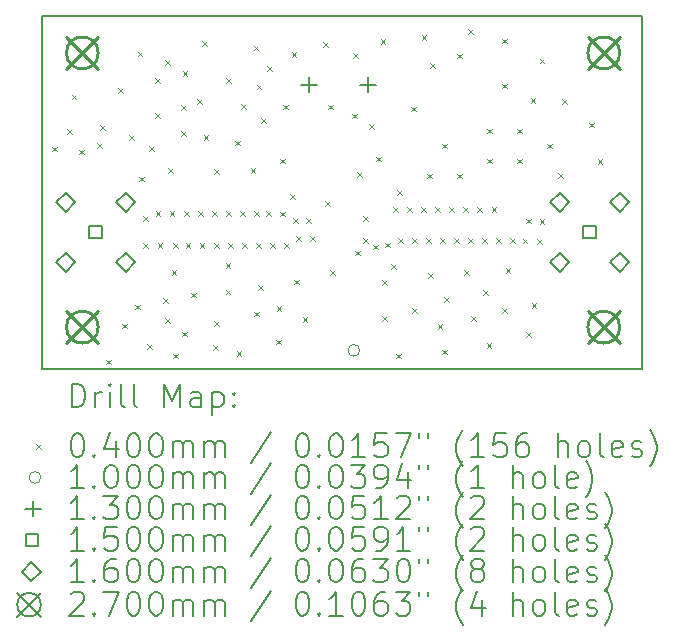
<source format=gbr>
%TF.GenerationSoftware,KiCad,Pcbnew,7.0.5*%
%TF.CreationDate,2023-11-04T20:07:04-04:00*%
%TF.ProjectId,modular,6d6f6475-6c61-4722-9e6b-696361645f70,rev?*%
%TF.SameCoordinates,Original*%
%TF.FileFunction,Drillmap*%
%TF.FilePolarity,Positive*%
%FSLAX45Y45*%
G04 Gerber Fmt 4.5, Leading zero omitted, Abs format (unit mm)*
G04 Created by KiCad (PCBNEW 7.0.5) date 2023-11-04 20:07:04*
%MOMM*%
%LPD*%
G01*
G04 APERTURE LIST*
%ADD10C,0.200000*%
%ADD11C,0.040000*%
%ADD12C,0.100000*%
%ADD13C,0.130000*%
%ADD14C,0.150000*%
%ADD15C,0.160000*%
%ADD16C,0.270000*%
G04 APERTURE END LIST*
D10*
X10562000Y-6137000D02*
X15642000Y-6137000D01*
X15642000Y-9130000D01*
X10562000Y-9130000D01*
X10562000Y-6137000D01*
D11*
X10648000Y-7244400D02*
X10688000Y-7284400D01*
X10688000Y-7244400D02*
X10648000Y-7284400D01*
X10774098Y-7097288D02*
X10814098Y-7137288D01*
X10814098Y-7097288D02*
X10774098Y-7137288D01*
X10813351Y-6802886D02*
X10853351Y-6842886D01*
X10853351Y-6802886D02*
X10813351Y-6842886D01*
X10876600Y-7269800D02*
X10916600Y-7309800D01*
X10916600Y-7269800D02*
X10876600Y-7309800D01*
X11029246Y-7215048D02*
X11069246Y-7255048D01*
X11069246Y-7215048D02*
X11029246Y-7255048D01*
X11054480Y-7060838D02*
X11094480Y-7100838D01*
X11094480Y-7060838D02*
X11054480Y-7100838D01*
X11105200Y-9045944D02*
X11145200Y-9085944D01*
X11145200Y-9045944D02*
X11105200Y-9085944D01*
X11208690Y-6746810D02*
X11248690Y-6786810D01*
X11248690Y-6746810D02*
X11208690Y-6786810D01*
X11239532Y-8743000D02*
X11279532Y-8783000D01*
X11279532Y-8743000D02*
X11239532Y-8783000D01*
X11298412Y-7144953D02*
X11338412Y-7184953D01*
X11338412Y-7144953D02*
X11298412Y-7184953D01*
X11351685Y-8580510D02*
X11391685Y-8620510D01*
X11391685Y-8580510D02*
X11351685Y-8620510D01*
X11371312Y-6438390D02*
X11411312Y-6478390D01*
X11411312Y-6438390D02*
X11371312Y-6478390D01*
X11384600Y-7498400D02*
X11424600Y-7538400D01*
X11424600Y-7498400D02*
X11384600Y-7538400D01*
X11417000Y-7831000D02*
X11457000Y-7871000D01*
X11457000Y-7831000D02*
X11417000Y-7871000D01*
X11418000Y-8061000D02*
X11458000Y-8101000D01*
X11458000Y-8061000D02*
X11418000Y-8101000D01*
X11449819Y-8916968D02*
X11489819Y-8956968D01*
X11489819Y-8916968D02*
X11449819Y-8956968D01*
X11469446Y-7240283D02*
X11509446Y-7280283D01*
X11509446Y-7240283D02*
X11469446Y-7280283D01*
X11517110Y-6962704D02*
X11557110Y-7002704D01*
X11557110Y-6962704D02*
X11517110Y-7002704D01*
X11519914Y-6662695D02*
X11559914Y-6702695D01*
X11559914Y-6662695D02*
X11519914Y-6702695D01*
X11524143Y-7790000D02*
X11564143Y-7830000D01*
X11564143Y-7790000D02*
X11524143Y-7830000D01*
X11541000Y-8061000D02*
X11581000Y-8101000D01*
X11581000Y-8061000D02*
X11541000Y-8101000D01*
X11590010Y-8524433D02*
X11630010Y-8564433D01*
X11630010Y-8524433D02*
X11590010Y-8564433D01*
X11602504Y-6509059D02*
X11642504Y-6549059D01*
X11642504Y-6509059D02*
X11602504Y-6549059D01*
X11604029Y-8695466D02*
X11644029Y-8735466D01*
X11644029Y-8695466D02*
X11604029Y-8735466D01*
X11629263Y-7428139D02*
X11669263Y-7468139D01*
X11669263Y-7428139D02*
X11629263Y-7468139D01*
X11643286Y-7790000D02*
X11683286Y-7830000D01*
X11683286Y-7790000D02*
X11643286Y-7830000D01*
X11660105Y-8286108D02*
X11700105Y-8326108D01*
X11700105Y-8286108D02*
X11660105Y-8326108D01*
X11671000Y-8062000D02*
X11711000Y-8102000D01*
X11711000Y-8062000D02*
X11671000Y-8102000D01*
X11671321Y-8995475D02*
X11711321Y-9035475D01*
X11711321Y-8995475D02*
X11671321Y-9035475D01*
X11741293Y-6891781D02*
X11781293Y-6931781D01*
X11781293Y-6891781D02*
X11741293Y-6931781D01*
X11741293Y-7114685D02*
X11781293Y-7154685D01*
X11781293Y-7114685D02*
X11741293Y-7154685D01*
X11749828Y-8810423D02*
X11789828Y-8850423D01*
X11789828Y-8810423D02*
X11749828Y-8850423D01*
X11752632Y-6603815D02*
X11792632Y-6643815D01*
X11792632Y-6603815D02*
X11752632Y-6643815D01*
X11762429Y-7790000D02*
X11802429Y-7830000D01*
X11802429Y-7790000D02*
X11762429Y-7830000D01*
X11778143Y-8062000D02*
X11818143Y-8102000D01*
X11818143Y-8062000D02*
X11778143Y-8102000D01*
X11825531Y-8479572D02*
X11865531Y-8519572D01*
X11865531Y-8479572D02*
X11825531Y-8519572D01*
X11876000Y-6839336D02*
X11916000Y-6879336D01*
X11916000Y-6839336D02*
X11876000Y-6879336D01*
X11881572Y-7790000D02*
X11921572Y-7830000D01*
X11921572Y-7790000D02*
X11881572Y-7830000D01*
X11897286Y-8062000D02*
X11937286Y-8102000D01*
X11937286Y-8062000D02*
X11897286Y-8102000D01*
X11915253Y-6351471D02*
X11955253Y-6391471D01*
X11955253Y-6351471D02*
X11915253Y-6391471D01*
X11929272Y-7144953D02*
X11969272Y-7184953D01*
X11969272Y-7144953D02*
X11929272Y-7184953D01*
X12000714Y-7790000D02*
X12040714Y-7830000D01*
X12040714Y-7790000D02*
X12000714Y-7830000D01*
X12013387Y-8922576D02*
X12053387Y-8962576D01*
X12053387Y-8922576D02*
X12013387Y-8962576D01*
X12016191Y-7433746D02*
X12056191Y-7473746D01*
X12056191Y-7433746D02*
X12016191Y-7473746D01*
X12016429Y-8062000D02*
X12056429Y-8102000D01*
X12056429Y-8062000D02*
X12016429Y-8102000D01*
X12021798Y-8717897D02*
X12061798Y-8757897D01*
X12061798Y-8717897D02*
X12021798Y-8757897D01*
X12117128Y-8227228D02*
X12157128Y-8267228D01*
X12157128Y-8227228D02*
X12117128Y-8267228D01*
X12117128Y-8454338D02*
X12157128Y-8494338D01*
X12157128Y-8454338D02*
X12117128Y-8494338D01*
X12119857Y-7790000D02*
X12159857Y-7830000D01*
X12159857Y-7790000D02*
X12119857Y-7830000D01*
X12119932Y-6665499D02*
X12159932Y-6705499D01*
X12159932Y-6665499D02*
X12119932Y-6705499D01*
X12135572Y-8062000D02*
X12175572Y-8102000D01*
X12175572Y-8062000D02*
X12135572Y-8102000D01*
X12197400Y-7193600D02*
X12237400Y-7233600D01*
X12237400Y-7193600D02*
X12197400Y-7233600D01*
X12209654Y-8975849D02*
X12249654Y-9015849D01*
X12249654Y-8975849D02*
X12209654Y-9015849D01*
X12239000Y-7790000D02*
X12279000Y-7830000D01*
X12279000Y-7790000D02*
X12239000Y-7830000D01*
X12248908Y-6881393D02*
X12288908Y-6921393D01*
X12288908Y-6881393D02*
X12248908Y-6921393D01*
X12254714Y-8062000D02*
X12294714Y-8102000D01*
X12294714Y-8062000D02*
X12254714Y-8102000D01*
X12327415Y-7425335D02*
X12367415Y-7465335D01*
X12367415Y-7425335D02*
X12327415Y-7465335D01*
X12352649Y-6387921D02*
X12392649Y-6427921D01*
X12392649Y-6387921D02*
X12352649Y-6427921D01*
X12355453Y-8639390D02*
X12395453Y-8679390D01*
X12395453Y-8639390D02*
X12355453Y-8679390D01*
X12358143Y-7790000D02*
X12398143Y-7830000D01*
X12398143Y-7790000D02*
X12358143Y-7830000D01*
X12373857Y-8062000D02*
X12413857Y-8102000D01*
X12413857Y-8062000D02*
X12373857Y-8102000D01*
X12377884Y-6718772D02*
X12417884Y-6758772D01*
X12417884Y-6718772D02*
X12377884Y-6758772D01*
X12389099Y-8415084D02*
X12429099Y-8455084D01*
X12429099Y-8415084D02*
X12389099Y-8455084D01*
X12414333Y-7001958D02*
X12454333Y-7041958D01*
X12454333Y-7001958D02*
X12414333Y-7041958D01*
X12462143Y-7792000D02*
X12502143Y-7832000D01*
X12502143Y-7792000D02*
X12462143Y-7832000D01*
X12467606Y-6561758D02*
X12507606Y-6601758D01*
X12507606Y-6561758D02*
X12467606Y-6601758D01*
X12493000Y-8062000D02*
X12533000Y-8102000D01*
X12533000Y-8062000D02*
X12493000Y-8102000D01*
X12543309Y-8877715D02*
X12583309Y-8917715D01*
X12583309Y-8877715D02*
X12543309Y-8917715D01*
X12548917Y-8594529D02*
X12588917Y-8634529D01*
X12588917Y-8594529D02*
X12548917Y-8634529D01*
X12578400Y-7346000D02*
X12618400Y-7386000D01*
X12618400Y-7346000D02*
X12578400Y-7386000D01*
X12581000Y-7794000D02*
X12621000Y-7834000D01*
X12621000Y-7794000D02*
X12581000Y-7834000D01*
X12603800Y-6888800D02*
X12643800Y-6928800D01*
X12643800Y-6888800D02*
X12603800Y-6928800D01*
X12612143Y-8062000D02*
X12652143Y-8102000D01*
X12652143Y-8062000D02*
X12612143Y-8102000D01*
X12661000Y-7645000D02*
X12701000Y-7685000D01*
X12701000Y-7645000D02*
X12661000Y-7685000D01*
X12674966Y-6445973D02*
X12714966Y-6485973D01*
X12714966Y-6445973D02*
X12674966Y-6485973D01*
X12686000Y-7851000D02*
X12726000Y-7891000D01*
X12726000Y-7851000D02*
X12686000Y-7891000D01*
X12694716Y-8370223D02*
X12734716Y-8410223D01*
X12734716Y-8370223D02*
X12694716Y-8410223D01*
X12712000Y-8002000D02*
X12752000Y-8042000D01*
X12752000Y-8002000D02*
X12712000Y-8042000D01*
X12767615Y-8689859D02*
X12807615Y-8729859D01*
X12807615Y-8689859D02*
X12767615Y-8729859D01*
X12800000Y-7851000D02*
X12840000Y-7891000D01*
X12840000Y-7851000D02*
X12800000Y-7891000D01*
X12834000Y-8001000D02*
X12874000Y-8041000D01*
X12874000Y-8001000D02*
X12834000Y-8041000D01*
X12944133Y-6357653D02*
X12984133Y-6397653D01*
X12984133Y-6357653D02*
X12944133Y-6397653D01*
X12958000Y-7705000D02*
X12998000Y-7745000D01*
X12998000Y-7705000D02*
X12958000Y-7745000D01*
X12984800Y-6888800D02*
X13024800Y-6928800D01*
X13024800Y-6888800D02*
X12984800Y-6928800D01*
X13000332Y-8286108D02*
X13040332Y-8326108D01*
X13040332Y-8286108D02*
X13000332Y-8326108D01*
X13188066Y-6963278D02*
X13228066Y-7003278D01*
X13228066Y-6963278D02*
X13188066Y-7003278D01*
X13196477Y-6454385D02*
X13236477Y-6494385D01*
X13236477Y-6454385D02*
X13196477Y-6494385D01*
X13214000Y-8124000D02*
X13254000Y-8164000D01*
X13254000Y-8124000D02*
X13214000Y-8164000D01*
X13232000Y-7462000D02*
X13272000Y-7502000D01*
X13272000Y-7462000D02*
X13232000Y-7502000D01*
X13282000Y-7832000D02*
X13322000Y-7872000D01*
X13322000Y-7832000D02*
X13282000Y-7872000D01*
X13282000Y-8019000D02*
X13322000Y-8059000D01*
X13322000Y-8019000D02*
X13282000Y-8059000D01*
X13331060Y-7055804D02*
X13371060Y-7095804D01*
X13371060Y-7055804D02*
X13331060Y-7095804D01*
X13366000Y-8073000D02*
X13406000Y-8113000D01*
X13406000Y-8073000D02*
X13366000Y-8113000D01*
X13392867Y-7327201D02*
X13432867Y-7367201D01*
X13432867Y-7327201D02*
X13392867Y-7367201D01*
X13427792Y-6332418D02*
X13467792Y-6372418D01*
X13467792Y-6332418D02*
X13427792Y-6372418D01*
X13443336Y-8373027D02*
X13483336Y-8413027D01*
X13483336Y-8373027D02*
X13443336Y-8413027D01*
X13443336Y-8681447D02*
X13483336Y-8721447D01*
X13483336Y-8681447D02*
X13443336Y-8721447D01*
X13464000Y-8057000D02*
X13504000Y-8097000D01*
X13504000Y-8057000D02*
X13464000Y-8097000D01*
X13516236Y-8235639D02*
X13556236Y-8275639D01*
X13556236Y-8235639D02*
X13516236Y-8275639D01*
X13534000Y-7752981D02*
X13574000Y-7792981D01*
X13574000Y-7752981D02*
X13534000Y-7792981D01*
X13561097Y-8995475D02*
X13601097Y-9035475D01*
X13601097Y-8995475D02*
X13561097Y-9035475D01*
X13571000Y-7609000D02*
X13611000Y-7649000D01*
X13611000Y-7609000D02*
X13571000Y-7649000D01*
X13574143Y-8016000D02*
X13614143Y-8056000D01*
X13614143Y-8016000D02*
X13574143Y-8056000D01*
X13653143Y-7752981D02*
X13693143Y-7792981D01*
X13693143Y-7752981D02*
X13653143Y-7792981D01*
X13684465Y-6903824D02*
X13724465Y-6943824D01*
X13724465Y-6903824D02*
X13684465Y-6943824D01*
X13693286Y-8016000D02*
X13733286Y-8056000D01*
X13733286Y-8016000D02*
X13693286Y-8056000D01*
X13695680Y-8608548D02*
X13735680Y-8648548D01*
X13735680Y-8608548D02*
X13695680Y-8648548D01*
X13772286Y-7752981D02*
X13812286Y-7792981D01*
X13812286Y-7752981D02*
X13772286Y-7792981D01*
X13776991Y-6298199D02*
X13816991Y-6338199D01*
X13816991Y-6298199D02*
X13776991Y-6338199D01*
X13812429Y-8016000D02*
X13852429Y-8056000D01*
X13852429Y-8016000D02*
X13812429Y-8056000D01*
X13823000Y-7473000D02*
X13863000Y-7513000D01*
X13863000Y-7473000D02*
X13823000Y-7513000D01*
X13833067Y-8316950D02*
X13873067Y-8356950D01*
X13873067Y-8316950D02*
X13833067Y-8356950D01*
X13848000Y-6539000D02*
X13888000Y-6579000D01*
X13888000Y-6539000D02*
X13848000Y-6579000D01*
X13891428Y-7752981D02*
X13931428Y-7792981D01*
X13931428Y-7752981D02*
X13891428Y-7792981D01*
X13911574Y-8748739D02*
X13951574Y-8788739D01*
X13951574Y-8748739D02*
X13911574Y-8788739D01*
X13931572Y-8016000D02*
X13971572Y-8056000D01*
X13971572Y-8016000D02*
X13931572Y-8056000D01*
X13950000Y-7219000D02*
X13990000Y-7259000D01*
X13990000Y-7219000D02*
X13950000Y-7259000D01*
X13950828Y-8961829D02*
X13990828Y-9001829D01*
X13990828Y-8961829D02*
X13950828Y-9001829D01*
X13967651Y-8518826D02*
X14007651Y-8558826D01*
X14007651Y-8518826D02*
X13967651Y-8558826D01*
X14010571Y-7752981D02*
X14050571Y-7792981D01*
X14050571Y-7752981D02*
X14010571Y-7792981D01*
X14050714Y-8016000D02*
X14090714Y-8056000D01*
X14090714Y-8016000D02*
X14050714Y-8056000D01*
X14077000Y-6457000D02*
X14117000Y-6497000D01*
X14117000Y-6457000D02*
X14077000Y-6497000D01*
X14077000Y-7473000D02*
X14117000Y-7513000D01*
X14117000Y-7473000D02*
X14077000Y-7513000D01*
X14129714Y-7752981D02*
X14169714Y-7792981D01*
X14169714Y-7752981D02*
X14129714Y-7792981D01*
X14133076Y-8286108D02*
X14173076Y-8326108D01*
X14173076Y-8286108D02*
X14133076Y-8326108D01*
X14166722Y-6250534D02*
X14206722Y-6290534D01*
X14206722Y-6250534D02*
X14166722Y-6290534D01*
X14169857Y-8016000D02*
X14209857Y-8056000D01*
X14209857Y-8016000D02*
X14169857Y-8056000D01*
X14197564Y-8675840D02*
X14237564Y-8715840D01*
X14237564Y-8675840D02*
X14197564Y-8715840D01*
X14248857Y-7752981D02*
X14288857Y-7792981D01*
X14288857Y-7752981D02*
X14248857Y-7792981D01*
X14289000Y-8016000D02*
X14329000Y-8056000D01*
X14329000Y-8016000D02*
X14289000Y-8056000D01*
X14295698Y-8459945D02*
X14335698Y-8499945D01*
X14335698Y-8459945D02*
X14295698Y-8499945D01*
X14326540Y-8905753D02*
X14366540Y-8945753D01*
X14366540Y-8905753D02*
X14326540Y-8945753D01*
X14331000Y-7092000D02*
X14371000Y-7132000D01*
X14371000Y-7092000D02*
X14331000Y-7132000D01*
X14331000Y-7346000D02*
X14371000Y-7386000D01*
X14371000Y-7346000D02*
X14331000Y-7386000D01*
X14368000Y-7752981D02*
X14408000Y-7792981D01*
X14408000Y-7752981D02*
X14368000Y-7792981D01*
X14408143Y-8016000D02*
X14448143Y-8056000D01*
X14448143Y-8016000D02*
X14408143Y-8056000D01*
X14458000Y-6330000D02*
X14498000Y-6370000D01*
X14498000Y-6330000D02*
X14458000Y-6370000D01*
X14458000Y-6711000D02*
X14498000Y-6751000D01*
X14498000Y-6711000D02*
X14458000Y-6751000D01*
X14458320Y-8608548D02*
X14498320Y-8648548D01*
X14498320Y-8608548D02*
X14458320Y-8648548D01*
X14486358Y-8274893D02*
X14526358Y-8314893D01*
X14526358Y-8274893D02*
X14486358Y-8314893D01*
X14525000Y-8021000D02*
X14565000Y-8061000D01*
X14565000Y-8021000D02*
X14525000Y-8061000D01*
X14585000Y-7092000D02*
X14625000Y-7132000D01*
X14625000Y-7092000D02*
X14585000Y-7132000D01*
X14585000Y-7346000D02*
X14625000Y-7386000D01*
X14625000Y-7346000D02*
X14585000Y-7386000D01*
X14632000Y-8023000D02*
X14672000Y-8063000D01*
X14672000Y-8023000D02*
X14632000Y-8063000D01*
X14659000Y-7854000D02*
X14699000Y-7894000D01*
X14699000Y-7854000D02*
X14659000Y-7894000D01*
X14662999Y-8813227D02*
X14702999Y-8853227D01*
X14702999Y-8813227D02*
X14662999Y-8853227D01*
X14699448Y-6833728D02*
X14739448Y-6873728D01*
X14739448Y-6833728D02*
X14699448Y-6873728D01*
X14707860Y-8566491D02*
X14747860Y-8606491D01*
X14747860Y-8566491D02*
X14707860Y-8606491D01*
X14754000Y-8025000D02*
X14794000Y-8065000D01*
X14794000Y-8025000D02*
X14754000Y-8065000D01*
X14775152Y-6497270D02*
X14815152Y-6537270D01*
X14815152Y-6497270D02*
X14775152Y-6537270D01*
X14776000Y-7858000D02*
X14816000Y-7898000D01*
X14816000Y-7858000D02*
X14776000Y-7898000D01*
X14839000Y-7219000D02*
X14879000Y-7259000D01*
X14879000Y-7219000D02*
X14839000Y-7259000D01*
X14932166Y-7470196D02*
X14972166Y-7510196D01*
X14972166Y-7470196D02*
X14932166Y-7510196D01*
X14965811Y-6839336D02*
X15005811Y-6879336D01*
X15005811Y-6839336D02*
X14965811Y-6879336D01*
X15192921Y-7041211D02*
X15232921Y-7081211D01*
X15232921Y-7041211D02*
X15192921Y-7081211D01*
X15265820Y-7346828D02*
X15305820Y-7386828D01*
X15305820Y-7346828D02*
X15265820Y-7386828D01*
D12*
X13252000Y-8968000D02*
G75*
G03*
X13252000Y-8968000I-50000J0D01*
G01*
D13*
X12823250Y-6653000D02*
X12823250Y-6783000D01*
X12758250Y-6718000D02*
X12888250Y-6718000D01*
X13323250Y-6653000D02*
X13323250Y-6783000D01*
X13258250Y-6718000D02*
X13388250Y-6718000D01*
D14*
X11069534Y-8021033D02*
X11069534Y-7914966D01*
X10963467Y-7914966D01*
X10963467Y-8021033D01*
X11069534Y-8021033D01*
X15251533Y-8021033D02*
X15251533Y-7914966D01*
X15145466Y-7914966D01*
X15145466Y-8021033D01*
X15251533Y-8021033D01*
D15*
X10762500Y-7794000D02*
X10842500Y-7714000D01*
X10762500Y-7634000D01*
X10682500Y-7714000D01*
X10762500Y-7794000D01*
X10762500Y-8302000D02*
X10842500Y-8222000D01*
X10762500Y-8142000D01*
X10682500Y-8222000D01*
X10762500Y-8302000D01*
X11270500Y-7794000D02*
X11350500Y-7714000D01*
X11270500Y-7634000D01*
X11190500Y-7714000D01*
X11270500Y-7794000D01*
X11270500Y-8302000D02*
X11350500Y-8222000D01*
X11270500Y-8142000D01*
X11190500Y-8222000D01*
X11270500Y-8302000D01*
X14944500Y-7794000D02*
X15024500Y-7714000D01*
X14944500Y-7634000D01*
X14864500Y-7714000D01*
X14944500Y-7794000D01*
X14944500Y-8302000D02*
X15024500Y-8222000D01*
X14944500Y-8142000D01*
X14864500Y-8222000D01*
X14944500Y-8302000D01*
X15452500Y-7794000D02*
X15532500Y-7714000D01*
X15452500Y-7634000D01*
X15372500Y-7714000D01*
X15452500Y-7794000D01*
X15452500Y-8302000D02*
X15532500Y-8222000D01*
X15452500Y-8142000D01*
X15372500Y-8222000D01*
X15452500Y-8302000D01*
D16*
X10768000Y-6315000D02*
X11038000Y-6585000D01*
X11038000Y-6315000D02*
X10768000Y-6585000D01*
X11038000Y-6450000D02*
G75*
G03*
X11038000Y-6450000I-135000J0D01*
G01*
X10768000Y-8637000D02*
X11038000Y-8907000D01*
X11038000Y-8637000D02*
X10768000Y-8907000D01*
X11038000Y-8772000D02*
G75*
G03*
X11038000Y-8772000I-135000J0D01*
G01*
X15183000Y-6315000D02*
X15453000Y-6585000D01*
X15453000Y-6315000D02*
X15183000Y-6585000D01*
X15453000Y-6450000D02*
G75*
G03*
X15453000Y-6450000I-135000J0D01*
G01*
X15183000Y-8637000D02*
X15453000Y-8907000D01*
X15453000Y-8637000D02*
X15183000Y-8907000D01*
X15453000Y-8772000D02*
G75*
G03*
X15453000Y-8772000I-135000J0D01*
G01*
D10*
X10812777Y-9451484D02*
X10812777Y-9251484D01*
X10812777Y-9251484D02*
X10860396Y-9251484D01*
X10860396Y-9251484D02*
X10888967Y-9261008D01*
X10888967Y-9261008D02*
X10908015Y-9280055D01*
X10908015Y-9280055D02*
X10917539Y-9299103D01*
X10917539Y-9299103D02*
X10927063Y-9337198D01*
X10927063Y-9337198D02*
X10927063Y-9365770D01*
X10927063Y-9365770D02*
X10917539Y-9403865D01*
X10917539Y-9403865D02*
X10908015Y-9422912D01*
X10908015Y-9422912D02*
X10888967Y-9441960D01*
X10888967Y-9441960D02*
X10860396Y-9451484D01*
X10860396Y-9451484D02*
X10812777Y-9451484D01*
X11012777Y-9451484D02*
X11012777Y-9318150D01*
X11012777Y-9356246D02*
X11022301Y-9337198D01*
X11022301Y-9337198D02*
X11031824Y-9327674D01*
X11031824Y-9327674D02*
X11050872Y-9318150D01*
X11050872Y-9318150D02*
X11069920Y-9318150D01*
X11136586Y-9451484D02*
X11136586Y-9318150D01*
X11136586Y-9251484D02*
X11127063Y-9261008D01*
X11127063Y-9261008D02*
X11136586Y-9270531D01*
X11136586Y-9270531D02*
X11146110Y-9261008D01*
X11146110Y-9261008D02*
X11136586Y-9251484D01*
X11136586Y-9251484D02*
X11136586Y-9270531D01*
X11260396Y-9451484D02*
X11241348Y-9441960D01*
X11241348Y-9441960D02*
X11231824Y-9422912D01*
X11231824Y-9422912D02*
X11231824Y-9251484D01*
X11365158Y-9451484D02*
X11346110Y-9441960D01*
X11346110Y-9441960D02*
X11336586Y-9422912D01*
X11336586Y-9422912D02*
X11336586Y-9251484D01*
X11593729Y-9451484D02*
X11593729Y-9251484D01*
X11593729Y-9251484D02*
X11660396Y-9394341D01*
X11660396Y-9394341D02*
X11727062Y-9251484D01*
X11727062Y-9251484D02*
X11727062Y-9451484D01*
X11908015Y-9451484D02*
X11908015Y-9346722D01*
X11908015Y-9346722D02*
X11898491Y-9327674D01*
X11898491Y-9327674D02*
X11879443Y-9318150D01*
X11879443Y-9318150D02*
X11841348Y-9318150D01*
X11841348Y-9318150D02*
X11822301Y-9327674D01*
X11908015Y-9441960D02*
X11888967Y-9451484D01*
X11888967Y-9451484D02*
X11841348Y-9451484D01*
X11841348Y-9451484D02*
X11822301Y-9441960D01*
X11822301Y-9441960D02*
X11812777Y-9422912D01*
X11812777Y-9422912D02*
X11812777Y-9403865D01*
X11812777Y-9403865D02*
X11822301Y-9384817D01*
X11822301Y-9384817D02*
X11841348Y-9375293D01*
X11841348Y-9375293D02*
X11888967Y-9375293D01*
X11888967Y-9375293D02*
X11908015Y-9365770D01*
X12003253Y-9318150D02*
X12003253Y-9518150D01*
X12003253Y-9327674D02*
X12022301Y-9318150D01*
X12022301Y-9318150D02*
X12060396Y-9318150D01*
X12060396Y-9318150D02*
X12079443Y-9327674D01*
X12079443Y-9327674D02*
X12088967Y-9337198D01*
X12088967Y-9337198D02*
X12098491Y-9356246D01*
X12098491Y-9356246D02*
X12098491Y-9413389D01*
X12098491Y-9413389D02*
X12088967Y-9432436D01*
X12088967Y-9432436D02*
X12079443Y-9441960D01*
X12079443Y-9441960D02*
X12060396Y-9451484D01*
X12060396Y-9451484D02*
X12022301Y-9451484D01*
X12022301Y-9451484D02*
X12003253Y-9441960D01*
X12184205Y-9432436D02*
X12193729Y-9441960D01*
X12193729Y-9441960D02*
X12184205Y-9451484D01*
X12184205Y-9451484D02*
X12174682Y-9441960D01*
X12174682Y-9441960D02*
X12184205Y-9432436D01*
X12184205Y-9432436D02*
X12184205Y-9451484D01*
X12184205Y-9327674D02*
X12193729Y-9337198D01*
X12193729Y-9337198D02*
X12184205Y-9346722D01*
X12184205Y-9346722D02*
X12174682Y-9337198D01*
X12174682Y-9337198D02*
X12184205Y-9327674D01*
X12184205Y-9327674D02*
X12184205Y-9346722D01*
D11*
X10512000Y-9760000D02*
X10552000Y-9800000D01*
X10552000Y-9760000D02*
X10512000Y-9800000D01*
D10*
X10850872Y-9671484D02*
X10869920Y-9671484D01*
X10869920Y-9671484D02*
X10888967Y-9681008D01*
X10888967Y-9681008D02*
X10898491Y-9690531D01*
X10898491Y-9690531D02*
X10908015Y-9709579D01*
X10908015Y-9709579D02*
X10917539Y-9747674D01*
X10917539Y-9747674D02*
X10917539Y-9795293D01*
X10917539Y-9795293D02*
X10908015Y-9833389D01*
X10908015Y-9833389D02*
X10898491Y-9852436D01*
X10898491Y-9852436D02*
X10888967Y-9861960D01*
X10888967Y-9861960D02*
X10869920Y-9871484D01*
X10869920Y-9871484D02*
X10850872Y-9871484D01*
X10850872Y-9871484D02*
X10831824Y-9861960D01*
X10831824Y-9861960D02*
X10822301Y-9852436D01*
X10822301Y-9852436D02*
X10812777Y-9833389D01*
X10812777Y-9833389D02*
X10803253Y-9795293D01*
X10803253Y-9795293D02*
X10803253Y-9747674D01*
X10803253Y-9747674D02*
X10812777Y-9709579D01*
X10812777Y-9709579D02*
X10822301Y-9690531D01*
X10822301Y-9690531D02*
X10831824Y-9681008D01*
X10831824Y-9681008D02*
X10850872Y-9671484D01*
X11003253Y-9852436D02*
X11012777Y-9861960D01*
X11012777Y-9861960D02*
X11003253Y-9871484D01*
X11003253Y-9871484D02*
X10993729Y-9861960D01*
X10993729Y-9861960D02*
X11003253Y-9852436D01*
X11003253Y-9852436D02*
X11003253Y-9871484D01*
X11184205Y-9738150D02*
X11184205Y-9871484D01*
X11136586Y-9661960D02*
X11088967Y-9804817D01*
X11088967Y-9804817D02*
X11212777Y-9804817D01*
X11327062Y-9671484D02*
X11346110Y-9671484D01*
X11346110Y-9671484D02*
X11365158Y-9681008D01*
X11365158Y-9681008D02*
X11374682Y-9690531D01*
X11374682Y-9690531D02*
X11384205Y-9709579D01*
X11384205Y-9709579D02*
X11393729Y-9747674D01*
X11393729Y-9747674D02*
X11393729Y-9795293D01*
X11393729Y-9795293D02*
X11384205Y-9833389D01*
X11384205Y-9833389D02*
X11374682Y-9852436D01*
X11374682Y-9852436D02*
X11365158Y-9861960D01*
X11365158Y-9861960D02*
X11346110Y-9871484D01*
X11346110Y-9871484D02*
X11327062Y-9871484D01*
X11327062Y-9871484D02*
X11308015Y-9861960D01*
X11308015Y-9861960D02*
X11298491Y-9852436D01*
X11298491Y-9852436D02*
X11288967Y-9833389D01*
X11288967Y-9833389D02*
X11279443Y-9795293D01*
X11279443Y-9795293D02*
X11279443Y-9747674D01*
X11279443Y-9747674D02*
X11288967Y-9709579D01*
X11288967Y-9709579D02*
X11298491Y-9690531D01*
X11298491Y-9690531D02*
X11308015Y-9681008D01*
X11308015Y-9681008D02*
X11327062Y-9671484D01*
X11517539Y-9671484D02*
X11536586Y-9671484D01*
X11536586Y-9671484D02*
X11555634Y-9681008D01*
X11555634Y-9681008D02*
X11565158Y-9690531D01*
X11565158Y-9690531D02*
X11574682Y-9709579D01*
X11574682Y-9709579D02*
X11584205Y-9747674D01*
X11584205Y-9747674D02*
X11584205Y-9795293D01*
X11584205Y-9795293D02*
X11574682Y-9833389D01*
X11574682Y-9833389D02*
X11565158Y-9852436D01*
X11565158Y-9852436D02*
X11555634Y-9861960D01*
X11555634Y-9861960D02*
X11536586Y-9871484D01*
X11536586Y-9871484D02*
X11517539Y-9871484D01*
X11517539Y-9871484D02*
X11498491Y-9861960D01*
X11498491Y-9861960D02*
X11488967Y-9852436D01*
X11488967Y-9852436D02*
X11479443Y-9833389D01*
X11479443Y-9833389D02*
X11469920Y-9795293D01*
X11469920Y-9795293D02*
X11469920Y-9747674D01*
X11469920Y-9747674D02*
X11479443Y-9709579D01*
X11479443Y-9709579D02*
X11488967Y-9690531D01*
X11488967Y-9690531D02*
X11498491Y-9681008D01*
X11498491Y-9681008D02*
X11517539Y-9671484D01*
X11669920Y-9871484D02*
X11669920Y-9738150D01*
X11669920Y-9757198D02*
X11679443Y-9747674D01*
X11679443Y-9747674D02*
X11698491Y-9738150D01*
X11698491Y-9738150D02*
X11727063Y-9738150D01*
X11727063Y-9738150D02*
X11746110Y-9747674D01*
X11746110Y-9747674D02*
X11755634Y-9766722D01*
X11755634Y-9766722D02*
X11755634Y-9871484D01*
X11755634Y-9766722D02*
X11765158Y-9747674D01*
X11765158Y-9747674D02*
X11784205Y-9738150D01*
X11784205Y-9738150D02*
X11812777Y-9738150D01*
X11812777Y-9738150D02*
X11831824Y-9747674D01*
X11831824Y-9747674D02*
X11841348Y-9766722D01*
X11841348Y-9766722D02*
X11841348Y-9871484D01*
X11936586Y-9871484D02*
X11936586Y-9738150D01*
X11936586Y-9757198D02*
X11946110Y-9747674D01*
X11946110Y-9747674D02*
X11965158Y-9738150D01*
X11965158Y-9738150D02*
X11993729Y-9738150D01*
X11993729Y-9738150D02*
X12012777Y-9747674D01*
X12012777Y-9747674D02*
X12022301Y-9766722D01*
X12022301Y-9766722D02*
X12022301Y-9871484D01*
X12022301Y-9766722D02*
X12031824Y-9747674D01*
X12031824Y-9747674D02*
X12050872Y-9738150D01*
X12050872Y-9738150D02*
X12079443Y-9738150D01*
X12079443Y-9738150D02*
X12098491Y-9747674D01*
X12098491Y-9747674D02*
X12108015Y-9766722D01*
X12108015Y-9766722D02*
X12108015Y-9871484D01*
X12498491Y-9661960D02*
X12327063Y-9919103D01*
X12755634Y-9671484D02*
X12774682Y-9671484D01*
X12774682Y-9671484D02*
X12793729Y-9681008D01*
X12793729Y-9681008D02*
X12803253Y-9690531D01*
X12803253Y-9690531D02*
X12812777Y-9709579D01*
X12812777Y-9709579D02*
X12822301Y-9747674D01*
X12822301Y-9747674D02*
X12822301Y-9795293D01*
X12822301Y-9795293D02*
X12812777Y-9833389D01*
X12812777Y-9833389D02*
X12803253Y-9852436D01*
X12803253Y-9852436D02*
X12793729Y-9861960D01*
X12793729Y-9861960D02*
X12774682Y-9871484D01*
X12774682Y-9871484D02*
X12755634Y-9871484D01*
X12755634Y-9871484D02*
X12736586Y-9861960D01*
X12736586Y-9861960D02*
X12727063Y-9852436D01*
X12727063Y-9852436D02*
X12717539Y-9833389D01*
X12717539Y-9833389D02*
X12708015Y-9795293D01*
X12708015Y-9795293D02*
X12708015Y-9747674D01*
X12708015Y-9747674D02*
X12717539Y-9709579D01*
X12717539Y-9709579D02*
X12727063Y-9690531D01*
X12727063Y-9690531D02*
X12736586Y-9681008D01*
X12736586Y-9681008D02*
X12755634Y-9671484D01*
X12908015Y-9852436D02*
X12917539Y-9861960D01*
X12917539Y-9861960D02*
X12908015Y-9871484D01*
X12908015Y-9871484D02*
X12898491Y-9861960D01*
X12898491Y-9861960D02*
X12908015Y-9852436D01*
X12908015Y-9852436D02*
X12908015Y-9871484D01*
X13041348Y-9671484D02*
X13060396Y-9671484D01*
X13060396Y-9671484D02*
X13079444Y-9681008D01*
X13079444Y-9681008D02*
X13088967Y-9690531D01*
X13088967Y-9690531D02*
X13098491Y-9709579D01*
X13098491Y-9709579D02*
X13108015Y-9747674D01*
X13108015Y-9747674D02*
X13108015Y-9795293D01*
X13108015Y-9795293D02*
X13098491Y-9833389D01*
X13098491Y-9833389D02*
X13088967Y-9852436D01*
X13088967Y-9852436D02*
X13079444Y-9861960D01*
X13079444Y-9861960D02*
X13060396Y-9871484D01*
X13060396Y-9871484D02*
X13041348Y-9871484D01*
X13041348Y-9871484D02*
X13022301Y-9861960D01*
X13022301Y-9861960D02*
X13012777Y-9852436D01*
X13012777Y-9852436D02*
X13003253Y-9833389D01*
X13003253Y-9833389D02*
X12993729Y-9795293D01*
X12993729Y-9795293D02*
X12993729Y-9747674D01*
X12993729Y-9747674D02*
X13003253Y-9709579D01*
X13003253Y-9709579D02*
X13012777Y-9690531D01*
X13012777Y-9690531D02*
X13022301Y-9681008D01*
X13022301Y-9681008D02*
X13041348Y-9671484D01*
X13298491Y-9871484D02*
X13184206Y-9871484D01*
X13241348Y-9871484D02*
X13241348Y-9671484D01*
X13241348Y-9671484D02*
X13222301Y-9700055D01*
X13222301Y-9700055D02*
X13203253Y-9719103D01*
X13203253Y-9719103D02*
X13184206Y-9728627D01*
X13479444Y-9671484D02*
X13384206Y-9671484D01*
X13384206Y-9671484D02*
X13374682Y-9766722D01*
X13374682Y-9766722D02*
X13384206Y-9757198D01*
X13384206Y-9757198D02*
X13403253Y-9747674D01*
X13403253Y-9747674D02*
X13450872Y-9747674D01*
X13450872Y-9747674D02*
X13469920Y-9757198D01*
X13469920Y-9757198D02*
X13479444Y-9766722D01*
X13479444Y-9766722D02*
X13488967Y-9785770D01*
X13488967Y-9785770D02*
X13488967Y-9833389D01*
X13488967Y-9833389D02*
X13479444Y-9852436D01*
X13479444Y-9852436D02*
X13469920Y-9861960D01*
X13469920Y-9861960D02*
X13450872Y-9871484D01*
X13450872Y-9871484D02*
X13403253Y-9871484D01*
X13403253Y-9871484D02*
X13384206Y-9861960D01*
X13384206Y-9861960D02*
X13374682Y-9852436D01*
X13555634Y-9671484D02*
X13688967Y-9671484D01*
X13688967Y-9671484D02*
X13603253Y-9871484D01*
X13755634Y-9671484D02*
X13755634Y-9709579D01*
X13831825Y-9671484D02*
X13831825Y-9709579D01*
X14127063Y-9947674D02*
X14117539Y-9938150D01*
X14117539Y-9938150D02*
X14098491Y-9909579D01*
X14098491Y-9909579D02*
X14088968Y-9890531D01*
X14088968Y-9890531D02*
X14079444Y-9861960D01*
X14079444Y-9861960D02*
X14069920Y-9814341D01*
X14069920Y-9814341D02*
X14069920Y-9776246D01*
X14069920Y-9776246D02*
X14079444Y-9728627D01*
X14079444Y-9728627D02*
X14088968Y-9700055D01*
X14088968Y-9700055D02*
X14098491Y-9681008D01*
X14098491Y-9681008D02*
X14117539Y-9652436D01*
X14117539Y-9652436D02*
X14127063Y-9642912D01*
X14308015Y-9871484D02*
X14193729Y-9871484D01*
X14250872Y-9871484D02*
X14250872Y-9671484D01*
X14250872Y-9671484D02*
X14231825Y-9700055D01*
X14231825Y-9700055D02*
X14212777Y-9719103D01*
X14212777Y-9719103D02*
X14193729Y-9728627D01*
X14488968Y-9671484D02*
X14393729Y-9671484D01*
X14393729Y-9671484D02*
X14384206Y-9766722D01*
X14384206Y-9766722D02*
X14393729Y-9757198D01*
X14393729Y-9757198D02*
X14412777Y-9747674D01*
X14412777Y-9747674D02*
X14460396Y-9747674D01*
X14460396Y-9747674D02*
X14479444Y-9757198D01*
X14479444Y-9757198D02*
X14488968Y-9766722D01*
X14488968Y-9766722D02*
X14498491Y-9785770D01*
X14498491Y-9785770D02*
X14498491Y-9833389D01*
X14498491Y-9833389D02*
X14488968Y-9852436D01*
X14488968Y-9852436D02*
X14479444Y-9861960D01*
X14479444Y-9861960D02*
X14460396Y-9871484D01*
X14460396Y-9871484D02*
X14412777Y-9871484D01*
X14412777Y-9871484D02*
X14393729Y-9861960D01*
X14393729Y-9861960D02*
X14384206Y-9852436D01*
X14669920Y-9671484D02*
X14631825Y-9671484D01*
X14631825Y-9671484D02*
X14612777Y-9681008D01*
X14612777Y-9681008D02*
X14603253Y-9690531D01*
X14603253Y-9690531D02*
X14584206Y-9719103D01*
X14584206Y-9719103D02*
X14574682Y-9757198D01*
X14574682Y-9757198D02*
X14574682Y-9833389D01*
X14574682Y-9833389D02*
X14584206Y-9852436D01*
X14584206Y-9852436D02*
X14593729Y-9861960D01*
X14593729Y-9861960D02*
X14612777Y-9871484D01*
X14612777Y-9871484D02*
X14650872Y-9871484D01*
X14650872Y-9871484D02*
X14669920Y-9861960D01*
X14669920Y-9861960D02*
X14679444Y-9852436D01*
X14679444Y-9852436D02*
X14688968Y-9833389D01*
X14688968Y-9833389D02*
X14688968Y-9785770D01*
X14688968Y-9785770D02*
X14679444Y-9766722D01*
X14679444Y-9766722D02*
X14669920Y-9757198D01*
X14669920Y-9757198D02*
X14650872Y-9747674D01*
X14650872Y-9747674D02*
X14612777Y-9747674D01*
X14612777Y-9747674D02*
X14593729Y-9757198D01*
X14593729Y-9757198D02*
X14584206Y-9766722D01*
X14584206Y-9766722D02*
X14574682Y-9785770D01*
X14927063Y-9871484D02*
X14927063Y-9671484D01*
X15012777Y-9871484D02*
X15012777Y-9766722D01*
X15012777Y-9766722D02*
X15003253Y-9747674D01*
X15003253Y-9747674D02*
X14984206Y-9738150D01*
X14984206Y-9738150D02*
X14955634Y-9738150D01*
X14955634Y-9738150D02*
X14936587Y-9747674D01*
X14936587Y-9747674D02*
X14927063Y-9757198D01*
X15136587Y-9871484D02*
X15117539Y-9861960D01*
X15117539Y-9861960D02*
X15108015Y-9852436D01*
X15108015Y-9852436D02*
X15098491Y-9833389D01*
X15098491Y-9833389D02*
X15098491Y-9776246D01*
X15098491Y-9776246D02*
X15108015Y-9757198D01*
X15108015Y-9757198D02*
X15117539Y-9747674D01*
X15117539Y-9747674D02*
X15136587Y-9738150D01*
X15136587Y-9738150D02*
X15165158Y-9738150D01*
X15165158Y-9738150D02*
X15184206Y-9747674D01*
X15184206Y-9747674D02*
X15193730Y-9757198D01*
X15193730Y-9757198D02*
X15203253Y-9776246D01*
X15203253Y-9776246D02*
X15203253Y-9833389D01*
X15203253Y-9833389D02*
X15193730Y-9852436D01*
X15193730Y-9852436D02*
X15184206Y-9861960D01*
X15184206Y-9861960D02*
X15165158Y-9871484D01*
X15165158Y-9871484D02*
X15136587Y-9871484D01*
X15317539Y-9871484D02*
X15298491Y-9861960D01*
X15298491Y-9861960D02*
X15288968Y-9842912D01*
X15288968Y-9842912D02*
X15288968Y-9671484D01*
X15469920Y-9861960D02*
X15450872Y-9871484D01*
X15450872Y-9871484D02*
X15412777Y-9871484D01*
X15412777Y-9871484D02*
X15393730Y-9861960D01*
X15393730Y-9861960D02*
X15384206Y-9842912D01*
X15384206Y-9842912D02*
X15384206Y-9766722D01*
X15384206Y-9766722D02*
X15393730Y-9747674D01*
X15393730Y-9747674D02*
X15412777Y-9738150D01*
X15412777Y-9738150D02*
X15450872Y-9738150D01*
X15450872Y-9738150D02*
X15469920Y-9747674D01*
X15469920Y-9747674D02*
X15479444Y-9766722D01*
X15479444Y-9766722D02*
X15479444Y-9785770D01*
X15479444Y-9785770D02*
X15384206Y-9804817D01*
X15555634Y-9861960D02*
X15574682Y-9871484D01*
X15574682Y-9871484D02*
X15612777Y-9871484D01*
X15612777Y-9871484D02*
X15631825Y-9861960D01*
X15631825Y-9861960D02*
X15641349Y-9842912D01*
X15641349Y-9842912D02*
X15641349Y-9833389D01*
X15641349Y-9833389D02*
X15631825Y-9814341D01*
X15631825Y-9814341D02*
X15612777Y-9804817D01*
X15612777Y-9804817D02*
X15584206Y-9804817D01*
X15584206Y-9804817D02*
X15565158Y-9795293D01*
X15565158Y-9795293D02*
X15555634Y-9776246D01*
X15555634Y-9776246D02*
X15555634Y-9766722D01*
X15555634Y-9766722D02*
X15565158Y-9747674D01*
X15565158Y-9747674D02*
X15584206Y-9738150D01*
X15584206Y-9738150D02*
X15612777Y-9738150D01*
X15612777Y-9738150D02*
X15631825Y-9747674D01*
X15708015Y-9947674D02*
X15717539Y-9938150D01*
X15717539Y-9938150D02*
X15736587Y-9909579D01*
X15736587Y-9909579D02*
X15746111Y-9890531D01*
X15746111Y-9890531D02*
X15755634Y-9861960D01*
X15755634Y-9861960D02*
X15765158Y-9814341D01*
X15765158Y-9814341D02*
X15765158Y-9776246D01*
X15765158Y-9776246D02*
X15755634Y-9728627D01*
X15755634Y-9728627D02*
X15746111Y-9700055D01*
X15746111Y-9700055D02*
X15736587Y-9681008D01*
X15736587Y-9681008D02*
X15717539Y-9652436D01*
X15717539Y-9652436D02*
X15708015Y-9642912D01*
D12*
X10552000Y-10044000D02*
G75*
G03*
X10552000Y-10044000I-50000J0D01*
G01*
D10*
X10917539Y-10135484D02*
X10803253Y-10135484D01*
X10860396Y-10135484D02*
X10860396Y-9935484D01*
X10860396Y-9935484D02*
X10841348Y-9964055D01*
X10841348Y-9964055D02*
X10822301Y-9983103D01*
X10822301Y-9983103D02*
X10803253Y-9992627D01*
X11003253Y-10116436D02*
X11012777Y-10125960D01*
X11012777Y-10125960D02*
X11003253Y-10135484D01*
X11003253Y-10135484D02*
X10993729Y-10125960D01*
X10993729Y-10125960D02*
X11003253Y-10116436D01*
X11003253Y-10116436D02*
X11003253Y-10135484D01*
X11136586Y-9935484D02*
X11155634Y-9935484D01*
X11155634Y-9935484D02*
X11174682Y-9945008D01*
X11174682Y-9945008D02*
X11184205Y-9954531D01*
X11184205Y-9954531D02*
X11193729Y-9973579D01*
X11193729Y-9973579D02*
X11203253Y-10011674D01*
X11203253Y-10011674D02*
X11203253Y-10059293D01*
X11203253Y-10059293D02*
X11193729Y-10097389D01*
X11193729Y-10097389D02*
X11184205Y-10116436D01*
X11184205Y-10116436D02*
X11174682Y-10125960D01*
X11174682Y-10125960D02*
X11155634Y-10135484D01*
X11155634Y-10135484D02*
X11136586Y-10135484D01*
X11136586Y-10135484D02*
X11117539Y-10125960D01*
X11117539Y-10125960D02*
X11108015Y-10116436D01*
X11108015Y-10116436D02*
X11098491Y-10097389D01*
X11098491Y-10097389D02*
X11088967Y-10059293D01*
X11088967Y-10059293D02*
X11088967Y-10011674D01*
X11088967Y-10011674D02*
X11098491Y-9973579D01*
X11098491Y-9973579D02*
X11108015Y-9954531D01*
X11108015Y-9954531D02*
X11117539Y-9945008D01*
X11117539Y-9945008D02*
X11136586Y-9935484D01*
X11327062Y-9935484D02*
X11346110Y-9935484D01*
X11346110Y-9935484D02*
X11365158Y-9945008D01*
X11365158Y-9945008D02*
X11374682Y-9954531D01*
X11374682Y-9954531D02*
X11384205Y-9973579D01*
X11384205Y-9973579D02*
X11393729Y-10011674D01*
X11393729Y-10011674D02*
X11393729Y-10059293D01*
X11393729Y-10059293D02*
X11384205Y-10097389D01*
X11384205Y-10097389D02*
X11374682Y-10116436D01*
X11374682Y-10116436D02*
X11365158Y-10125960D01*
X11365158Y-10125960D02*
X11346110Y-10135484D01*
X11346110Y-10135484D02*
X11327062Y-10135484D01*
X11327062Y-10135484D02*
X11308015Y-10125960D01*
X11308015Y-10125960D02*
X11298491Y-10116436D01*
X11298491Y-10116436D02*
X11288967Y-10097389D01*
X11288967Y-10097389D02*
X11279443Y-10059293D01*
X11279443Y-10059293D02*
X11279443Y-10011674D01*
X11279443Y-10011674D02*
X11288967Y-9973579D01*
X11288967Y-9973579D02*
X11298491Y-9954531D01*
X11298491Y-9954531D02*
X11308015Y-9945008D01*
X11308015Y-9945008D02*
X11327062Y-9935484D01*
X11517539Y-9935484D02*
X11536586Y-9935484D01*
X11536586Y-9935484D02*
X11555634Y-9945008D01*
X11555634Y-9945008D02*
X11565158Y-9954531D01*
X11565158Y-9954531D02*
X11574682Y-9973579D01*
X11574682Y-9973579D02*
X11584205Y-10011674D01*
X11584205Y-10011674D02*
X11584205Y-10059293D01*
X11584205Y-10059293D02*
X11574682Y-10097389D01*
X11574682Y-10097389D02*
X11565158Y-10116436D01*
X11565158Y-10116436D02*
X11555634Y-10125960D01*
X11555634Y-10125960D02*
X11536586Y-10135484D01*
X11536586Y-10135484D02*
X11517539Y-10135484D01*
X11517539Y-10135484D02*
X11498491Y-10125960D01*
X11498491Y-10125960D02*
X11488967Y-10116436D01*
X11488967Y-10116436D02*
X11479443Y-10097389D01*
X11479443Y-10097389D02*
X11469920Y-10059293D01*
X11469920Y-10059293D02*
X11469920Y-10011674D01*
X11469920Y-10011674D02*
X11479443Y-9973579D01*
X11479443Y-9973579D02*
X11488967Y-9954531D01*
X11488967Y-9954531D02*
X11498491Y-9945008D01*
X11498491Y-9945008D02*
X11517539Y-9935484D01*
X11669920Y-10135484D02*
X11669920Y-10002150D01*
X11669920Y-10021198D02*
X11679443Y-10011674D01*
X11679443Y-10011674D02*
X11698491Y-10002150D01*
X11698491Y-10002150D02*
X11727063Y-10002150D01*
X11727063Y-10002150D02*
X11746110Y-10011674D01*
X11746110Y-10011674D02*
X11755634Y-10030722D01*
X11755634Y-10030722D02*
X11755634Y-10135484D01*
X11755634Y-10030722D02*
X11765158Y-10011674D01*
X11765158Y-10011674D02*
X11784205Y-10002150D01*
X11784205Y-10002150D02*
X11812777Y-10002150D01*
X11812777Y-10002150D02*
X11831824Y-10011674D01*
X11831824Y-10011674D02*
X11841348Y-10030722D01*
X11841348Y-10030722D02*
X11841348Y-10135484D01*
X11936586Y-10135484D02*
X11936586Y-10002150D01*
X11936586Y-10021198D02*
X11946110Y-10011674D01*
X11946110Y-10011674D02*
X11965158Y-10002150D01*
X11965158Y-10002150D02*
X11993729Y-10002150D01*
X11993729Y-10002150D02*
X12012777Y-10011674D01*
X12012777Y-10011674D02*
X12022301Y-10030722D01*
X12022301Y-10030722D02*
X12022301Y-10135484D01*
X12022301Y-10030722D02*
X12031824Y-10011674D01*
X12031824Y-10011674D02*
X12050872Y-10002150D01*
X12050872Y-10002150D02*
X12079443Y-10002150D01*
X12079443Y-10002150D02*
X12098491Y-10011674D01*
X12098491Y-10011674D02*
X12108015Y-10030722D01*
X12108015Y-10030722D02*
X12108015Y-10135484D01*
X12498491Y-9925960D02*
X12327063Y-10183103D01*
X12755634Y-9935484D02*
X12774682Y-9935484D01*
X12774682Y-9935484D02*
X12793729Y-9945008D01*
X12793729Y-9945008D02*
X12803253Y-9954531D01*
X12803253Y-9954531D02*
X12812777Y-9973579D01*
X12812777Y-9973579D02*
X12822301Y-10011674D01*
X12822301Y-10011674D02*
X12822301Y-10059293D01*
X12822301Y-10059293D02*
X12812777Y-10097389D01*
X12812777Y-10097389D02*
X12803253Y-10116436D01*
X12803253Y-10116436D02*
X12793729Y-10125960D01*
X12793729Y-10125960D02*
X12774682Y-10135484D01*
X12774682Y-10135484D02*
X12755634Y-10135484D01*
X12755634Y-10135484D02*
X12736586Y-10125960D01*
X12736586Y-10125960D02*
X12727063Y-10116436D01*
X12727063Y-10116436D02*
X12717539Y-10097389D01*
X12717539Y-10097389D02*
X12708015Y-10059293D01*
X12708015Y-10059293D02*
X12708015Y-10011674D01*
X12708015Y-10011674D02*
X12717539Y-9973579D01*
X12717539Y-9973579D02*
X12727063Y-9954531D01*
X12727063Y-9954531D02*
X12736586Y-9945008D01*
X12736586Y-9945008D02*
X12755634Y-9935484D01*
X12908015Y-10116436D02*
X12917539Y-10125960D01*
X12917539Y-10125960D02*
X12908015Y-10135484D01*
X12908015Y-10135484D02*
X12898491Y-10125960D01*
X12898491Y-10125960D02*
X12908015Y-10116436D01*
X12908015Y-10116436D02*
X12908015Y-10135484D01*
X13041348Y-9935484D02*
X13060396Y-9935484D01*
X13060396Y-9935484D02*
X13079444Y-9945008D01*
X13079444Y-9945008D02*
X13088967Y-9954531D01*
X13088967Y-9954531D02*
X13098491Y-9973579D01*
X13098491Y-9973579D02*
X13108015Y-10011674D01*
X13108015Y-10011674D02*
X13108015Y-10059293D01*
X13108015Y-10059293D02*
X13098491Y-10097389D01*
X13098491Y-10097389D02*
X13088967Y-10116436D01*
X13088967Y-10116436D02*
X13079444Y-10125960D01*
X13079444Y-10125960D02*
X13060396Y-10135484D01*
X13060396Y-10135484D02*
X13041348Y-10135484D01*
X13041348Y-10135484D02*
X13022301Y-10125960D01*
X13022301Y-10125960D02*
X13012777Y-10116436D01*
X13012777Y-10116436D02*
X13003253Y-10097389D01*
X13003253Y-10097389D02*
X12993729Y-10059293D01*
X12993729Y-10059293D02*
X12993729Y-10011674D01*
X12993729Y-10011674D02*
X13003253Y-9973579D01*
X13003253Y-9973579D02*
X13012777Y-9954531D01*
X13012777Y-9954531D02*
X13022301Y-9945008D01*
X13022301Y-9945008D02*
X13041348Y-9935484D01*
X13174682Y-9935484D02*
X13298491Y-9935484D01*
X13298491Y-9935484D02*
X13231825Y-10011674D01*
X13231825Y-10011674D02*
X13260396Y-10011674D01*
X13260396Y-10011674D02*
X13279444Y-10021198D01*
X13279444Y-10021198D02*
X13288967Y-10030722D01*
X13288967Y-10030722D02*
X13298491Y-10049770D01*
X13298491Y-10049770D02*
X13298491Y-10097389D01*
X13298491Y-10097389D02*
X13288967Y-10116436D01*
X13288967Y-10116436D02*
X13279444Y-10125960D01*
X13279444Y-10125960D02*
X13260396Y-10135484D01*
X13260396Y-10135484D02*
X13203253Y-10135484D01*
X13203253Y-10135484D02*
X13184206Y-10125960D01*
X13184206Y-10125960D02*
X13174682Y-10116436D01*
X13393729Y-10135484D02*
X13431825Y-10135484D01*
X13431825Y-10135484D02*
X13450872Y-10125960D01*
X13450872Y-10125960D02*
X13460396Y-10116436D01*
X13460396Y-10116436D02*
X13479444Y-10087865D01*
X13479444Y-10087865D02*
X13488967Y-10049770D01*
X13488967Y-10049770D02*
X13488967Y-9973579D01*
X13488967Y-9973579D02*
X13479444Y-9954531D01*
X13479444Y-9954531D02*
X13469920Y-9945008D01*
X13469920Y-9945008D02*
X13450872Y-9935484D01*
X13450872Y-9935484D02*
X13412777Y-9935484D01*
X13412777Y-9935484D02*
X13393729Y-9945008D01*
X13393729Y-9945008D02*
X13384206Y-9954531D01*
X13384206Y-9954531D02*
X13374682Y-9973579D01*
X13374682Y-9973579D02*
X13374682Y-10021198D01*
X13374682Y-10021198D02*
X13384206Y-10040246D01*
X13384206Y-10040246D02*
X13393729Y-10049770D01*
X13393729Y-10049770D02*
X13412777Y-10059293D01*
X13412777Y-10059293D02*
X13450872Y-10059293D01*
X13450872Y-10059293D02*
X13469920Y-10049770D01*
X13469920Y-10049770D02*
X13479444Y-10040246D01*
X13479444Y-10040246D02*
X13488967Y-10021198D01*
X13660396Y-10002150D02*
X13660396Y-10135484D01*
X13612777Y-9925960D02*
X13565158Y-10068817D01*
X13565158Y-10068817D02*
X13688967Y-10068817D01*
X13755634Y-9935484D02*
X13755634Y-9973579D01*
X13831825Y-9935484D02*
X13831825Y-9973579D01*
X14127063Y-10211674D02*
X14117539Y-10202150D01*
X14117539Y-10202150D02*
X14098491Y-10173579D01*
X14098491Y-10173579D02*
X14088968Y-10154531D01*
X14088968Y-10154531D02*
X14079444Y-10125960D01*
X14079444Y-10125960D02*
X14069920Y-10078341D01*
X14069920Y-10078341D02*
X14069920Y-10040246D01*
X14069920Y-10040246D02*
X14079444Y-9992627D01*
X14079444Y-9992627D02*
X14088968Y-9964055D01*
X14088968Y-9964055D02*
X14098491Y-9945008D01*
X14098491Y-9945008D02*
X14117539Y-9916436D01*
X14117539Y-9916436D02*
X14127063Y-9906912D01*
X14308015Y-10135484D02*
X14193729Y-10135484D01*
X14250872Y-10135484D02*
X14250872Y-9935484D01*
X14250872Y-9935484D02*
X14231825Y-9964055D01*
X14231825Y-9964055D02*
X14212777Y-9983103D01*
X14212777Y-9983103D02*
X14193729Y-9992627D01*
X14546110Y-10135484D02*
X14546110Y-9935484D01*
X14631825Y-10135484D02*
X14631825Y-10030722D01*
X14631825Y-10030722D02*
X14622301Y-10011674D01*
X14622301Y-10011674D02*
X14603253Y-10002150D01*
X14603253Y-10002150D02*
X14574682Y-10002150D01*
X14574682Y-10002150D02*
X14555634Y-10011674D01*
X14555634Y-10011674D02*
X14546110Y-10021198D01*
X14755634Y-10135484D02*
X14736587Y-10125960D01*
X14736587Y-10125960D02*
X14727063Y-10116436D01*
X14727063Y-10116436D02*
X14717539Y-10097389D01*
X14717539Y-10097389D02*
X14717539Y-10040246D01*
X14717539Y-10040246D02*
X14727063Y-10021198D01*
X14727063Y-10021198D02*
X14736587Y-10011674D01*
X14736587Y-10011674D02*
X14755634Y-10002150D01*
X14755634Y-10002150D02*
X14784206Y-10002150D01*
X14784206Y-10002150D02*
X14803253Y-10011674D01*
X14803253Y-10011674D02*
X14812777Y-10021198D01*
X14812777Y-10021198D02*
X14822301Y-10040246D01*
X14822301Y-10040246D02*
X14822301Y-10097389D01*
X14822301Y-10097389D02*
X14812777Y-10116436D01*
X14812777Y-10116436D02*
X14803253Y-10125960D01*
X14803253Y-10125960D02*
X14784206Y-10135484D01*
X14784206Y-10135484D02*
X14755634Y-10135484D01*
X14936587Y-10135484D02*
X14917539Y-10125960D01*
X14917539Y-10125960D02*
X14908015Y-10106912D01*
X14908015Y-10106912D02*
X14908015Y-9935484D01*
X15088968Y-10125960D02*
X15069920Y-10135484D01*
X15069920Y-10135484D02*
X15031825Y-10135484D01*
X15031825Y-10135484D02*
X15012777Y-10125960D01*
X15012777Y-10125960D02*
X15003253Y-10106912D01*
X15003253Y-10106912D02*
X15003253Y-10030722D01*
X15003253Y-10030722D02*
X15012777Y-10011674D01*
X15012777Y-10011674D02*
X15031825Y-10002150D01*
X15031825Y-10002150D02*
X15069920Y-10002150D01*
X15069920Y-10002150D02*
X15088968Y-10011674D01*
X15088968Y-10011674D02*
X15098491Y-10030722D01*
X15098491Y-10030722D02*
X15098491Y-10049770D01*
X15098491Y-10049770D02*
X15003253Y-10068817D01*
X15165158Y-10211674D02*
X15174682Y-10202150D01*
X15174682Y-10202150D02*
X15193730Y-10173579D01*
X15193730Y-10173579D02*
X15203253Y-10154531D01*
X15203253Y-10154531D02*
X15212777Y-10125960D01*
X15212777Y-10125960D02*
X15222301Y-10078341D01*
X15222301Y-10078341D02*
X15222301Y-10040246D01*
X15222301Y-10040246D02*
X15212777Y-9992627D01*
X15212777Y-9992627D02*
X15203253Y-9964055D01*
X15203253Y-9964055D02*
X15193730Y-9945008D01*
X15193730Y-9945008D02*
X15174682Y-9916436D01*
X15174682Y-9916436D02*
X15165158Y-9906912D01*
D13*
X10487000Y-10243000D02*
X10487000Y-10373000D01*
X10422000Y-10308000D02*
X10552000Y-10308000D01*
D10*
X10917539Y-10399484D02*
X10803253Y-10399484D01*
X10860396Y-10399484D02*
X10860396Y-10199484D01*
X10860396Y-10199484D02*
X10841348Y-10228055D01*
X10841348Y-10228055D02*
X10822301Y-10247103D01*
X10822301Y-10247103D02*
X10803253Y-10256627D01*
X11003253Y-10380436D02*
X11012777Y-10389960D01*
X11012777Y-10389960D02*
X11003253Y-10399484D01*
X11003253Y-10399484D02*
X10993729Y-10389960D01*
X10993729Y-10389960D02*
X11003253Y-10380436D01*
X11003253Y-10380436D02*
X11003253Y-10399484D01*
X11079444Y-10199484D02*
X11203253Y-10199484D01*
X11203253Y-10199484D02*
X11136586Y-10275674D01*
X11136586Y-10275674D02*
X11165158Y-10275674D01*
X11165158Y-10275674D02*
X11184205Y-10285198D01*
X11184205Y-10285198D02*
X11193729Y-10294722D01*
X11193729Y-10294722D02*
X11203253Y-10313770D01*
X11203253Y-10313770D02*
X11203253Y-10361389D01*
X11203253Y-10361389D02*
X11193729Y-10380436D01*
X11193729Y-10380436D02*
X11184205Y-10389960D01*
X11184205Y-10389960D02*
X11165158Y-10399484D01*
X11165158Y-10399484D02*
X11108015Y-10399484D01*
X11108015Y-10399484D02*
X11088967Y-10389960D01*
X11088967Y-10389960D02*
X11079444Y-10380436D01*
X11327062Y-10199484D02*
X11346110Y-10199484D01*
X11346110Y-10199484D02*
X11365158Y-10209008D01*
X11365158Y-10209008D02*
X11374682Y-10218531D01*
X11374682Y-10218531D02*
X11384205Y-10237579D01*
X11384205Y-10237579D02*
X11393729Y-10275674D01*
X11393729Y-10275674D02*
X11393729Y-10323293D01*
X11393729Y-10323293D02*
X11384205Y-10361389D01*
X11384205Y-10361389D02*
X11374682Y-10380436D01*
X11374682Y-10380436D02*
X11365158Y-10389960D01*
X11365158Y-10389960D02*
X11346110Y-10399484D01*
X11346110Y-10399484D02*
X11327062Y-10399484D01*
X11327062Y-10399484D02*
X11308015Y-10389960D01*
X11308015Y-10389960D02*
X11298491Y-10380436D01*
X11298491Y-10380436D02*
X11288967Y-10361389D01*
X11288967Y-10361389D02*
X11279443Y-10323293D01*
X11279443Y-10323293D02*
X11279443Y-10275674D01*
X11279443Y-10275674D02*
X11288967Y-10237579D01*
X11288967Y-10237579D02*
X11298491Y-10218531D01*
X11298491Y-10218531D02*
X11308015Y-10209008D01*
X11308015Y-10209008D02*
X11327062Y-10199484D01*
X11517539Y-10199484D02*
X11536586Y-10199484D01*
X11536586Y-10199484D02*
X11555634Y-10209008D01*
X11555634Y-10209008D02*
X11565158Y-10218531D01*
X11565158Y-10218531D02*
X11574682Y-10237579D01*
X11574682Y-10237579D02*
X11584205Y-10275674D01*
X11584205Y-10275674D02*
X11584205Y-10323293D01*
X11584205Y-10323293D02*
X11574682Y-10361389D01*
X11574682Y-10361389D02*
X11565158Y-10380436D01*
X11565158Y-10380436D02*
X11555634Y-10389960D01*
X11555634Y-10389960D02*
X11536586Y-10399484D01*
X11536586Y-10399484D02*
X11517539Y-10399484D01*
X11517539Y-10399484D02*
X11498491Y-10389960D01*
X11498491Y-10389960D02*
X11488967Y-10380436D01*
X11488967Y-10380436D02*
X11479443Y-10361389D01*
X11479443Y-10361389D02*
X11469920Y-10323293D01*
X11469920Y-10323293D02*
X11469920Y-10275674D01*
X11469920Y-10275674D02*
X11479443Y-10237579D01*
X11479443Y-10237579D02*
X11488967Y-10218531D01*
X11488967Y-10218531D02*
X11498491Y-10209008D01*
X11498491Y-10209008D02*
X11517539Y-10199484D01*
X11669920Y-10399484D02*
X11669920Y-10266150D01*
X11669920Y-10285198D02*
X11679443Y-10275674D01*
X11679443Y-10275674D02*
X11698491Y-10266150D01*
X11698491Y-10266150D02*
X11727063Y-10266150D01*
X11727063Y-10266150D02*
X11746110Y-10275674D01*
X11746110Y-10275674D02*
X11755634Y-10294722D01*
X11755634Y-10294722D02*
X11755634Y-10399484D01*
X11755634Y-10294722D02*
X11765158Y-10275674D01*
X11765158Y-10275674D02*
X11784205Y-10266150D01*
X11784205Y-10266150D02*
X11812777Y-10266150D01*
X11812777Y-10266150D02*
X11831824Y-10275674D01*
X11831824Y-10275674D02*
X11841348Y-10294722D01*
X11841348Y-10294722D02*
X11841348Y-10399484D01*
X11936586Y-10399484D02*
X11936586Y-10266150D01*
X11936586Y-10285198D02*
X11946110Y-10275674D01*
X11946110Y-10275674D02*
X11965158Y-10266150D01*
X11965158Y-10266150D02*
X11993729Y-10266150D01*
X11993729Y-10266150D02*
X12012777Y-10275674D01*
X12012777Y-10275674D02*
X12022301Y-10294722D01*
X12022301Y-10294722D02*
X12022301Y-10399484D01*
X12022301Y-10294722D02*
X12031824Y-10275674D01*
X12031824Y-10275674D02*
X12050872Y-10266150D01*
X12050872Y-10266150D02*
X12079443Y-10266150D01*
X12079443Y-10266150D02*
X12098491Y-10275674D01*
X12098491Y-10275674D02*
X12108015Y-10294722D01*
X12108015Y-10294722D02*
X12108015Y-10399484D01*
X12498491Y-10189960D02*
X12327063Y-10447103D01*
X12755634Y-10199484D02*
X12774682Y-10199484D01*
X12774682Y-10199484D02*
X12793729Y-10209008D01*
X12793729Y-10209008D02*
X12803253Y-10218531D01*
X12803253Y-10218531D02*
X12812777Y-10237579D01*
X12812777Y-10237579D02*
X12822301Y-10275674D01*
X12822301Y-10275674D02*
X12822301Y-10323293D01*
X12822301Y-10323293D02*
X12812777Y-10361389D01*
X12812777Y-10361389D02*
X12803253Y-10380436D01*
X12803253Y-10380436D02*
X12793729Y-10389960D01*
X12793729Y-10389960D02*
X12774682Y-10399484D01*
X12774682Y-10399484D02*
X12755634Y-10399484D01*
X12755634Y-10399484D02*
X12736586Y-10389960D01*
X12736586Y-10389960D02*
X12727063Y-10380436D01*
X12727063Y-10380436D02*
X12717539Y-10361389D01*
X12717539Y-10361389D02*
X12708015Y-10323293D01*
X12708015Y-10323293D02*
X12708015Y-10275674D01*
X12708015Y-10275674D02*
X12717539Y-10237579D01*
X12717539Y-10237579D02*
X12727063Y-10218531D01*
X12727063Y-10218531D02*
X12736586Y-10209008D01*
X12736586Y-10209008D02*
X12755634Y-10199484D01*
X12908015Y-10380436D02*
X12917539Y-10389960D01*
X12917539Y-10389960D02*
X12908015Y-10399484D01*
X12908015Y-10399484D02*
X12898491Y-10389960D01*
X12898491Y-10389960D02*
X12908015Y-10380436D01*
X12908015Y-10380436D02*
X12908015Y-10399484D01*
X13041348Y-10199484D02*
X13060396Y-10199484D01*
X13060396Y-10199484D02*
X13079444Y-10209008D01*
X13079444Y-10209008D02*
X13088967Y-10218531D01*
X13088967Y-10218531D02*
X13098491Y-10237579D01*
X13098491Y-10237579D02*
X13108015Y-10275674D01*
X13108015Y-10275674D02*
X13108015Y-10323293D01*
X13108015Y-10323293D02*
X13098491Y-10361389D01*
X13098491Y-10361389D02*
X13088967Y-10380436D01*
X13088967Y-10380436D02*
X13079444Y-10389960D01*
X13079444Y-10389960D02*
X13060396Y-10399484D01*
X13060396Y-10399484D02*
X13041348Y-10399484D01*
X13041348Y-10399484D02*
X13022301Y-10389960D01*
X13022301Y-10389960D02*
X13012777Y-10380436D01*
X13012777Y-10380436D02*
X13003253Y-10361389D01*
X13003253Y-10361389D02*
X12993729Y-10323293D01*
X12993729Y-10323293D02*
X12993729Y-10275674D01*
X12993729Y-10275674D02*
X13003253Y-10237579D01*
X13003253Y-10237579D02*
X13012777Y-10218531D01*
X13012777Y-10218531D02*
X13022301Y-10209008D01*
X13022301Y-10209008D02*
X13041348Y-10199484D01*
X13288967Y-10199484D02*
X13193729Y-10199484D01*
X13193729Y-10199484D02*
X13184206Y-10294722D01*
X13184206Y-10294722D02*
X13193729Y-10285198D01*
X13193729Y-10285198D02*
X13212777Y-10275674D01*
X13212777Y-10275674D02*
X13260396Y-10275674D01*
X13260396Y-10275674D02*
X13279444Y-10285198D01*
X13279444Y-10285198D02*
X13288967Y-10294722D01*
X13288967Y-10294722D02*
X13298491Y-10313770D01*
X13298491Y-10313770D02*
X13298491Y-10361389D01*
X13298491Y-10361389D02*
X13288967Y-10380436D01*
X13288967Y-10380436D02*
X13279444Y-10389960D01*
X13279444Y-10389960D02*
X13260396Y-10399484D01*
X13260396Y-10399484D02*
X13212777Y-10399484D01*
X13212777Y-10399484D02*
X13193729Y-10389960D01*
X13193729Y-10389960D02*
X13184206Y-10380436D01*
X13488967Y-10399484D02*
X13374682Y-10399484D01*
X13431825Y-10399484D02*
X13431825Y-10199484D01*
X13431825Y-10199484D02*
X13412777Y-10228055D01*
X13412777Y-10228055D02*
X13393729Y-10247103D01*
X13393729Y-10247103D02*
X13374682Y-10256627D01*
X13565158Y-10218531D02*
X13574682Y-10209008D01*
X13574682Y-10209008D02*
X13593729Y-10199484D01*
X13593729Y-10199484D02*
X13641348Y-10199484D01*
X13641348Y-10199484D02*
X13660396Y-10209008D01*
X13660396Y-10209008D02*
X13669920Y-10218531D01*
X13669920Y-10218531D02*
X13679444Y-10237579D01*
X13679444Y-10237579D02*
X13679444Y-10256627D01*
X13679444Y-10256627D02*
X13669920Y-10285198D01*
X13669920Y-10285198D02*
X13555634Y-10399484D01*
X13555634Y-10399484D02*
X13679444Y-10399484D01*
X13755634Y-10199484D02*
X13755634Y-10237579D01*
X13831825Y-10199484D02*
X13831825Y-10237579D01*
X14127063Y-10475674D02*
X14117539Y-10466150D01*
X14117539Y-10466150D02*
X14098491Y-10437579D01*
X14098491Y-10437579D02*
X14088968Y-10418531D01*
X14088968Y-10418531D02*
X14079444Y-10389960D01*
X14079444Y-10389960D02*
X14069920Y-10342341D01*
X14069920Y-10342341D02*
X14069920Y-10304246D01*
X14069920Y-10304246D02*
X14079444Y-10256627D01*
X14079444Y-10256627D02*
X14088968Y-10228055D01*
X14088968Y-10228055D02*
X14098491Y-10209008D01*
X14098491Y-10209008D02*
X14117539Y-10180436D01*
X14117539Y-10180436D02*
X14127063Y-10170912D01*
X14193729Y-10218531D02*
X14203253Y-10209008D01*
X14203253Y-10209008D02*
X14222301Y-10199484D01*
X14222301Y-10199484D02*
X14269920Y-10199484D01*
X14269920Y-10199484D02*
X14288968Y-10209008D01*
X14288968Y-10209008D02*
X14298491Y-10218531D01*
X14298491Y-10218531D02*
X14308015Y-10237579D01*
X14308015Y-10237579D02*
X14308015Y-10256627D01*
X14308015Y-10256627D02*
X14298491Y-10285198D01*
X14298491Y-10285198D02*
X14184206Y-10399484D01*
X14184206Y-10399484D02*
X14308015Y-10399484D01*
X14546110Y-10399484D02*
X14546110Y-10199484D01*
X14631825Y-10399484D02*
X14631825Y-10294722D01*
X14631825Y-10294722D02*
X14622301Y-10275674D01*
X14622301Y-10275674D02*
X14603253Y-10266150D01*
X14603253Y-10266150D02*
X14574682Y-10266150D01*
X14574682Y-10266150D02*
X14555634Y-10275674D01*
X14555634Y-10275674D02*
X14546110Y-10285198D01*
X14755634Y-10399484D02*
X14736587Y-10389960D01*
X14736587Y-10389960D02*
X14727063Y-10380436D01*
X14727063Y-10380436D02*
X14717539Y-10361389D01*
X14717539Y-10361389D02*
X14717539Y-10304246D01*
X14717539Y-10304246D02*
X14727063Y-10285198D01*
X14727063Y-10285198D02*
X14736587Y-10275674D01*
X14736587Y-10275674D02*
X14755634Y-10266150D01*
X14755634Y-10266150D02*
X14784206Y-10266150D01*
X14784206Y-10266150D02*
X14803253Y-10275674D01*
X14803253Y-10275674D02*
X14812777Y-10285198D01*
X14812777Y-10285198D02*
X14822301Y-10304246D01*
X14822301Y-10304246D02*
X14822301Y-10361389D01*
X14822301Y-10361389D02*
X14812777Y-10380436D01*
X14812777Y-10380436D02*
X14803253Y-10389960D01*
X14803253Y-10389960D02*
X14784206Y-10399484D01*
X14784206Y-10399484D02*
X14755634Y-10399484D01*
X14936587Y-10399484D02*
X14917539Y-10389960D01*
X14917539Y-10389960D02*
X14908015Y-10370912D01*
X14908015Y-10370912D02*
X14908015Y-10199484D01*
X15088968Y-10389960D02*
X15069920Y-10399484D01*
X15069920Y-10399484D02*
X15031825Y-10399484D01*
X15031825Y-10399484D02*
X15012777Y-10389960D01*
X15012777Y-10389960D02*
X15003253Y-10370912D01*
X15003253Y-10370912D02*
X15003253Y-10294722D01*
X15003253Y-10294722D02*
X15012777Y-10275674D01*
X15012777Y-10275674D02*
X15031825Y-10266150D01*
X15031825Y-10266150D02*
X15069920Y-10266150D01*
X15069920Y-10266150D02*
X15088968Y-10275674D01*
X15088968Y-10275674D02*
X15098491Y-10294722D01*
X15098491Y-10294722D02*
X15098491Y-10313770D01*
X15098491Y-10313770D02*
X15003253Y-10332817D01*
X15174682Y-10389960D02*
X15193730Y-10399484D01*
X15193730Y-10399484D02*
X15231825Y-10399484D01*
X15231825Y-10399484D02*
X15250872Y-10389960D01*
X15250872Y-10389960D02*
X15260396Y-10370912D01*
X15260396Y-10370912D02*
X15260396Y-10361389D01*
X15260396Y-10361389D02*
X15250872Y-10342341D01*
X15250872Y-10342341D02*
X15231825Y-10332817D01*
X15231825Y-10332817D02*
X15203253Y-10332817D01*
X15203253Y-10332817D02*
X15184206Y-10323293D01*
X15184206Y-10323293D02*
X15174682Y-10304246D01*
X15174682Y-10304246D02*
X15174682Y-10294722D01*
X15174682Y-10294722D02*
X15184206Y-10275674D01*
X15184206Y-10275674D02*
X15203253Y-10266150D01*
X15203253Y-10266150D02*
X15231825Y-10266150D01*
X15231825Y-10266150D02*
X15250872Y-10275674D01*
X15327063Y-10475674D02*
X15336587Y-10466150D01*
X15336587Y-10466150D02*
X15355634Y-10437579D01*
X15355634Y-10437579D02*
X15365158Y-10418531D01*
X15365158Y-10418531D02*
X15374682Y-10389960D01*
X15374682Y-10389960D02*
X15384206Y-10342341D01*
X15384206Y-10342341D02*
X15384206Y-10304246D01*
X15384206Y-10304246D02*
X15374682Y-10256627D01*
X15374682Y-10256627D02*
X15365158Y-10228055D01*
X15365158Y-10228055D02*
X15355634Y-10209008D01*
X15355634Y-10209008D02*
X15336587Y-10180436D01*
X15336587Y-10180436D02*
X15327063Y-10170912D01*
D14*
X10530034Y-10625034D02*
X10530034Y-10518967D01*
X10423967Y-10518967D01*
X10423967Y-10625034D01*
X10530034Y-10625034D01*
D10*
X10917539Y-10663484D02*
X10803253Y-10663484D01*
X10860396Y-10663484D02*
X10860396Y-10463484D01*
X10860396Y-10463484D02*
X10841348Y-10492055D01*
X10841348Y-10492055D02*
X10822301Y-10511103D01*
X10822301Y-10511103D02*
X10803253Y-10520627D01*
X11003253Y-10644436D02*
X11012777Y-10653960D01*
X11012777Y-10653960D02*
X11003253Y-10663484D01*
X11003253Y-10663484D02*
X10993729Y-10653960D01*
X10993729Y-10653960D02*
X11003253Y-10644436D01*
X11003253Y-10644436D02*
X11003253Y-10663484D01*
X11193729Y-10463484D02*
X11098491Y-10463484D01*
X11098491Y-10463484D02*
X11088967Y-10558722D01*
X11088967Y-10558722D02*
X11098491Y-10549198D01*
X11098491Y-10549198D02*
X11117539Y-10539674D01*
X11117539Y-10539674D02*
X11165158Y-10539674D01*
X11165158Y-10539674D02*
X11184205Y-10549198D01*
X11184205Y-10549198D02*
X11193729Y-10558722D01*
X11193729Y-10558722D02*
X11203253Y-10577770D01*
X11203253Y-10577770D02*
X11203253Y-10625389D01*
X11203253Y-10625389D02*
X11193729Y-10644436D01*
X11193729Y-10644436D02*
X11184205Y-10653960D01*
X11184205Y-10653960D02*
X11165158Y-10663484D01*
X11165158Y-10663484D02*
X11117539Y-10663484D01*
X11117539Y-10663484D02*
X11098491Y-10653960D01*
X11098491Y-10653960D02*
X11088967Y-10644436D01*
X11327062Y-10463484D02*
X11346110Y-10463484D01*
X11346110Y-10463484D02*
X11365158Y-10473008D01*
X11365158Y-10473008D02*
X11374682Y-10482531D01*
X11374682Y-10482531D02*
X11384205Y-10501579D01*
X11384205Y-10501579D02*
X11393729Y-10539674D01*
X11393729Y-10539674D02*
X11393729Y-10587293D01*
X11393729Y-10587293D02*
X11384205Y-10625389D01*
X11384205Y-10625389D02*
X11374682Y-10644436D01*
X11374682Y-10644436D02*
X11365158Y-10653960D01*
X11365158Y-10653960D02*
X11346110Y-10663484D01*
X11346110Y-10663484D02*
X11327062Y-10663484D01*
X11327062Y-10663484D02*
X11308015Y-10653960D01*
X11308015Y-10653960D02*
X11298491Y-10644436D01*
X11298491Y-10644436D02*
X11288967Y-10625389D01*
X11288967Y-10625389D02*
X11279443Y-10587293D01*
X11279443Y-10587293D02*
X11279443Y-10539674D01*
X11279443Y-10539674D02*
X11288967Y-10501579D01*
X11288967Y-10501579D02*
X11298491Y-10482531D01*
X11298491Y-10482531D02*
X11308015Y-10473008D01*
X11308015Y-10473008D02*
X11327062Y-10463484D01*
X11517539Y-10463484D02*
X11536586Y-10463484D01*
X11536586Y-10463484D02*
X11555634Y-10473008D01*
X11555634Y-10473008D02*
X11565158Y-10482531D01*
X11565158Y-10482531D02*
X11574682Y-10501579D01*
X11574682Y-10501579D02*
X11584205Y-10539674D01*
X11584205Y-10539674D02*
X11584205Y-10587293D01*
X11584205Y-10587293D02*
X11574682Y-10625389D01*
X11574682Y-10625389D02*
X11565158Y-10644436D01*
X11565158Y-10644436D02*
X11555634Y-10653960D01*
X11555634Y-10653960D02*
X11536586Y-10663484D01*
X11536586Y-10663484D02*
X11517539Y-10663484D01*
X11517539Y-10663484D02*
X11498491Y-10653960D01*
X11498491Y-10653960D02*
X11488967Y-10644436D01*
X11488967Y-10644436D02*
X11479443Y-10625389D01*
X11479443Y-10625389D02*
X11469920Y-10587293D01*
X11469920Y-10587293D02*
X11469920Y-10539674D01*
X11469920Y-10539674D02*
X11479443Y-10501579D01*
X11479443Y-10501579D02*
X11488967Y-10482531D01*
X11488967Y-10482531D02*
X11498491Y-10473008D01*
X11498491Y-10473008D02*
X11517539Y-10463484D01*
X11669920Y-10663484D02*
X11669920Y-10530150D01*
X11669920Y-10549198D02*
X11679443Y-10539674D01*
X11679443Y-10539674D02*
X11698491Y-10530150D01*
X11698491Y-10530150D02*
X11727063Y-10530150D01*
X11727063Y-10530150D02*
X11746110Y-10539674D01*
X11746110Y-10539674D02*
X11755634Y-10558722D01*
X11755634Y-10558722D02*
X11755634Y-10663484D01*
X11755634Y-10558722D02*
X11765158Y-10539674D01*
X11765158Y-10539674D02*
X11784205Y-10530150D01*
X11784205Y-10530150D02*
X11812777Y-10530150D01*
X11812777Y-10530150D02*
X11831824Y-10539674D01*
X11831824Y-10539674D02*
X11841348Y-10558722D01*
X11841348Y-10558722D02*
X11841348Y-10663484D01*
X11936586Y-10663484D02*
X11936586Y-10530150D01*
X11936586Y-10549198D02*
X11946110Y-10539674D01*
X11946110Y-10539674D02*
X11965158Y-10530150D01*
X11965158Y-10530150D02*
X11993729Y-10530150D01*
X11993729Y-10530150D02*
X12012777Y-10539674D01*
X12012777Y-10539674D02*
X12022301Y-10558722D01*
X12022301Y-10558722D02*
X12022301Y-10663484D01*
X12022301Y-10558722D02*
X12031824Y-10539674D01*
X12031824Y-10539674D02*
X12050872Y-10530150D01*
X12050872Y-10530150D02*
X12079443Y-10530150D01*
X12079443Y-10530150D02*
X12098491Y-10539674D01*
X12098491Y-10539674D02*
X12108015Y-10558722D01*
X12108015Y-10558722D02*
X12108015Y-10663484D01*
X12498491Y-10453960D02*
X12327063Y-10711103D01*
X12755634Y-10463484D02*
X12774682Y-10463484D01*
X12774682Y-10463484D02*
X12793729Y-10473008D01*
X12793729Y-10473008D02*
X12803253Y-10482531D01*
X12803253Y-10482531D02*
X12812777Y-10501579D01*
X12812777Y-10501579D02*
X12822301Y-10539674D01*
X12822301Y-10539674D02*
X12822301Y-10587293D01*
X12822301Y-10587293D02*
X12812777Y-10625389D01*
X12812777Y-10625389D02*
X12803253Y-10644436D01*
X12803253Y-10644436D02*
X12793729Y-10653960D01*
X12793729Y-10653960D02*
X12774682Y-10663484D01*
X12774682Y-10663484D02*
X12755634Y-10663484D01*
X12755634Y-10663484D02*
X12736586Y-10653960D01*
X12736586Y-10653960D02*
X12727063Y-10644436D01*
X12727063Y-10644436D02*
X12717539Y-10625389D01*
X12717539Y-10625389D02*
X12708015Y-10587293D01*
X12708015Y-10587293D02*
X12708015Y-10539674D01*
X12708015Y-10539674D02*
X12717539Y-10501579D01*
X12717539Y-10501579D02*
X12727063Y-10482531D01*
X12727063Y-10482531D02*
X12736586Y-10473008D01*
X12736586Y-10473008D02*
X12755634Y-10463484D01*
X12908015Y-10644436D02*
X12917539Y-10653960D01*
X12917539Y-10653960D02*
X12908015Y-10663484D01*
X12908015Y-10663484D02*
X12898491Y-10653960D01*
X12898491Y-10653960D02*
X12908015Y-10644436D01*
X12908015Y-10644436D02*
X12908015Y-10663484D01*
X13041348Y-10463484D02*
X13060396Y-10463484D01*
X13060396Y-10463484D02*
X13079444Y-10473008D01*
X13079444Y-10473008D02*
X13088967Y-10482531D01*
X13088967Y-10482531D02*
X13098491Y-10501579D01*
X13098491Y-10501579D02*
X13108015Y-10539674D01*
X13108015Y-10539674D02*
X13108015Y-10587293D01*
X13108015Y-10587293D02*
X13098491Y-10625389D01*
X13098491Y-10625389D02*
X13088967Y-10644436D01*
X13088967Y-10644436D02*
X13079444Y-10653960D01*
X13079444Y-10653960D02*
X13060396Y-10663484D01*
X13060396Y-10663484D02*
X13041348Y-10663484D01*
X13041348Y-10663484D02*
X13022301Y-10653960D01*
X13022301Y-10653960D02*
X13012777Y-10644436D01*
X13012777Y-10644436D02*
X13003253Y-10625389D01*
X13003253Y-10625389D02*
X12993729Y-10587293D01*
X12993729Y-10587293D02*
X12993729Y-10539674D01*
X12993729Y-10539674D02*
X13003253Y-10501579D01*
X13003253Y-10501579D02*
X13012777Y-10482531D01*
X13012777Y-10482531D02*
X13022301Y-10473008D01*
X13022301Y-10473008D02*
X13041348Y-10463484D01*
X13288967Y-10463484D02*
X13193729Y-10463484D01*
X13193729Y-10463484D02*
X13184206Y-10558722D01*
X13184206Y-10558722D02*
X13193729Y-10549198D01*
X13193729Y-10549198D02*
X13212777Y-10539674D01*
X13212777Y-10539674D02*
X13260396Y-10539674D01*
X13260396Y-10539674D02*
X13279444Y-10549198D01*
X13279444Y-10549198D02*
X13288967Y-10558722D01*
X13288967Y-10558722D02*
X13298491Y-10577770D01*
X13298491Y-10577770D02*
X13298491Y-10625389D01*
X13298491Y-10625389D02*
X13288967Y-10644436D01*
X13288967Y-10644436D02*
X13279444Y-10653960D01*
X13279444Y-10653960D02*
X13260396Y-10663484D01*
X13260396Y-10663484D02*
X13212777Y-10663484D01*
X13212777Y-10663484D02*
X13193729Y-10653960D01*
X13193729Y-10653960D02*
X13184206Y-10644436D01*
X13393729Y-10663484D02*
X13431825Y-10663484D01*
X13431825Y-10663484D02*
X13450872Y-10653960D01*
X13450872Y-10653960D02*
X13460396Y-10644436D01*
X13460396Y-10644436D02*
X13479444Y-10615865D01*
X13479444Y-10615865D02*
X13488967Y-10577770D01*
X13488967Y-10577770D02*
X13488967Y-10501579D01*
X13488967Y-10501579D02*
X13479444Y-10482531D01*
X13479444Y-10482531D02*
X13469920Y-10473008D01*
X13469920Y-10473008D02*
X13450872Y-10463484D01*
X13450872Y-10463484D02*
X13412777Y-10463484D01*
X13412777Y-10463484D02*
X13393729Y-10473008D01*
X13393729Y-10473008D02*
X13384206Y-10482531D01*
X13384206Y-10482531D02*
X13374682Y-10501579D01*
X13374682Y-10501579D02*
X13374682Y-10549198D01*
X13374682Y-10549198D02*
X13384206Y-10568246D01*
X13384206Y-10568246D02*
X13393729Y-10577770D01*
X13393729Y-10577770D02*
X13412777Y-10587293D01*
X13412777Y-10587293D02*
X13450872Y-10587293D01*
X13450872Y-10587293D02*
X13469920Y-10577770D01*
X13469920Y-10577770D02*
X13479444Y-10568246D01*
X13479444Y-10568246D02*
X13488967Y-10549198D01*
X13679444Y-10663484D02*
X13565158Y-10663484D01*
X13622301Y-10663484D02*
X13622301Y-10463484D01*
X13622301Y-10463484D02*
X13603253Y-10492055D01*
X13603253Y-10492055D02*
X13584206Y-10511103D01*
X13584206Y-10511103D02*
X13565158Y-10520627D01*
X13755634Y-10463484D02*
X13755634Y-10501579D01*
X13831825Y-10463484D02*
X13831825Y-10501579D01*
X14127063Y-10739674D02*
X14117539Y-10730150D01*
X14117539Y-10730150D02*
X14098491Y-10701579D01*
X14098491Y-10701579D02*
X14088968Y-10682531D01*
X14088968Y-10682531D02*
X14079444Y-10653960D01*
X14079444Y-10653960D02*
X14069920Y-10606341D01*
X14069920Y-10606341D02*
X14069920Y-10568246D01*
X14069920Y-10568246D02*
X14079444Y-10520627D01*
X14079444Y-10520627D02*
X14088968Y-10492055D01*
X14088968Y-10492055D02*
X14098491Y-10473008D01*
X14098491Y-10473008D02*
X14117539Y-10444436D01*
X14117539Y-10444436D02*
X14127063Y-10434912D01*
X14193729Y-10482531D02*
X14203253Y-10473008D01*
X14203253Y-10473008D02*
X14222301Y-10463484D01*
X14222301Y-10463484D02*
X14269920Y-10463484D01*
X14269920Y-10463484D02*
X14288968Y-10473008D01*
X14288968Y-10473008D02*
X14298491Y-10482531D01*
X14298491Y-10482531D02*
X14308015Y-10501579D01*
X14308015Y-10501579D02*
X14308015Y-10520627D01*
X14308015Y-10520627D02*
X14298491Y-10549198D01*
X14298491Y-10549198D02*
X14184206Y-10663484D01*
X14184206Y-10663484D02*
X14308015Y-10663484D01*
X14546110Y-10663484D02*
X14546110Y-10463484D01*
X14631825Y-10663484D02*
X14631825Y-10558722D01*
X14631825Y-10558722D02*
X14622301Y-10539674D01*
X14622301Y-10539674D02*
X14603253Y-10530150D01*
X14603253Y-10530150D02*
X14574682Y-10530150D01*
X14574682Y-10530150D02*
X14555634Y-10539674D01*
X14555634Y-10539674D02*
X14546110Y-10549198D01*
X14755634Y-10663484D02*
X14736587Y-10653960D01*
X14736587Y-10653960D02*
X14727063Y-10644436D01*
X14727063Y-10644436D02*
X14717539Y-10625389D01*
X14717539Y-10625389D02*
X14717539Y-10568246D01*
X14717539Y-10568246D02*
X14727063Y-10549198D01*
X14727063Y-10549198D02*
X14736587Y-10539674D01*
X14736587Y-10539674D02*
X14755634Y-10530150D01*
X14755634Y-10530150D02*
X14784206Y-10530150D01*
X14784206Y-10530150D02*
X14803253Y-10539674D01*
X14803253Y-10539674D02*
X14812777Y-10549198D01*
X14812777Y-10549198D02*
X14822301Y-10568246D01*
X14822301Y-10568246D02*
X14822301Y-10625389D01*
X14822301Y-10625389D02*
X14812777Y-10644436D01*
X14812777Y-10644436D02*
X14803253Y-10653960D01*
X14803253Y-10653960D02*
X14784206Y-10663484D01*
X14784206Y-10663484D02*
X14755634Y-10663484D01*
X14936587Y-10663484D02*
X14917539Y-10653960D01*
X14917539Y-10653960D02*
X14908015Y-10634912D01*
X14908015Y-10634912D02*
X14908015Y-10463484D01*
X15088968Y-10653960D02*
X15069920Y-10663484D01*
X15069920Y-10663484D02*
X15031825Y-10663484D01*
X15031825Y-10663484D02*
X15012777Y-10653960D01*
X15012777Y-10653960D02*
X15003253Y-10634912D01*
X15003253Y-10634912D02*
X15003253Y-10558722D01*
X15003253Y-10558722D02*
X15012777Y-10539674D01*
X15012777Y-10539674D02*
X15031825Y-10530150D01*
X15031825Y-10530150D02*
X15069920Y-10530150D01*
X15069920Y-10530150D02*
X15088968Y-10539674D01*
X15088968Y-10539674D02*
X15098491Y-10558722D01*
X15098491Y-10558722D02*
X15098491Y-10577770D01*
X15098491Y-10577770D02*
X15003253Y-10596817D01*
X15174682Y-10653960D02*
X15193730Y-10663484D01*
X15193730Y-10663484D02*
X15231825Y-10663484D01*
X15231825Y-10663484D02*
X15250872Y-10653960D01*
X15250872Y-10653960D02*
X15260396Y-10634912D01*
X15260396Y-10634912D02*
X15260396Y-10625389D01*
X15260396Y-10625389D02*
X15250872Y-10606341D01*
X15250872Y-10606341D02*
X15231825Y-10596817D01*
X15231825Y-10596817D02*
X15203253Y-10596817D01*
X15203253Y-10596817D02*
X15184206Y-10587293D01*
X15184206Y-10587293D02*
X15174682Y-10568246D01*
X15174682Y-10568246D02*
X15174682Y-10558722D01*
X15174682Y-10558722D02*
X15184206Y-10539674D01*
X15184206Y-10539674D02*
X15203253Y-10530150D01*
X15203253Y-10530150D02*
X15231825Y-10530150D01*
X15231825Y-10530150D02*
X15250872Y-10539674D01*
X15327063Y-10739674D02*
X15336587Y-10730150D01*
X15336587Y-10730150D02*
X15355634Y-10701579D01*
X15355634Y-10701579D02*
X15365158Y-10682531D01*
X15365158Y-10682531D02*
X15374682Y-10653960D01*
X15374682Y-10653960D02*
X15384206Y-10606341D01*
X15384206Y-10606341D02*
X15384206Y-10568246D01*
X15384206Y-10568246D02*
X15374682Y-10520627D01*
X15374682Y-10520627D02*
X15365158Y-10492055D01*
X15365158Y-10492055D02*
X15355634Y-10473008D01*
X15355634Y-10473008D02*
X15336587Y-10444436D01*
X15336587Y-10444436D02*
X15327063Y-10434912D01*
D15*
X10472000Y-10922000D02*
X10552000Y-10842000D01*
X10472000Y-10762000D01*
X10392000Y-10842000D01*
X10472000Y-10922000D01*
D10*
X10917539Y-10933484D02*
X10803253Y-10933484D01*
X10860396Y-10933484D02*
X10860396Y-10733484D01*
X10860396Y-10733484D02*
X10841348Y-10762055D01*
X10841348Y-10762055D02*
X10822301Y-10781103D01*
X10822301Y-10781103D02*
X10803253Y-10790627D01*
X11003253Y-10914436D02*
X11012777Y-10923960D01*
X11012777Y-10923960D02*
X11003253Y-10933484D01*
X11003253Y-10933484D02*
X10993729Y-10923960D01*
X10993729Y-10923960D02*
X11003253Y-10914436D01*
X11003253Y-10914436D02*
X11003253Y-10933484D01*
X11184205Y-10733484D02*
X11146110Y-10733484D01*
X11146110Y-10733484D02*
X11127063Y-10743008D01*
X11127063Y-10743008D02*
X11117539Y-10752531D01*
X11117539Y-10752531D02*
X11098491Y-10781103D01*
X11098491Y-10781103D02*
X11088967Y-10819198D01*
X11088967Y-10819198D02*
X11088967Y-10895389D01*
X11088967Y-10895389D02*
X11098491Y-10914436D01*
X11098491Y-10914436D02*
X11108015Y-10923960D01*
X11108015Y-10923960D02*
X11127063Y-10933484D01*
X11127063Y-10933484D02*
X11165158Y-10933484D01*
X11165158Y-10933484D02*
X11184205Y-10923960D01*
X11184205Y-10923960D02*
X11193729Y-10914436D01*
X11193729Y-10914436D02*
X11203253Y-10895389D01*
X11203253Y-10895389D02*
X11203253Y-10847770D01*
X11203253Y-10847770D02*
X11193729Y-10828722D01*
X11193729Y-10828722D02*
X11184205Y-10819198D01*
X11184205Y-10819198D02*
X11165158Y-10809674D01*
X11165158Y-10809674D02*
X11127063Y-10809674D01*
X11127063Y-10809674D02*
X11108015Y-10819198D01*
X11108015Y-10819198D02*
X11098491Y-10828722D01*
X11098491Y-10828722D02*
X11088967Y-10847770D01*
X11327062Y-10733484D02*
X11346110Y-10733484D01*
X11346110Y-10733484D02*
X11365158Y-10743008D01*
X11365158Y-10743008D02*
X11374682Y-10752531D01*
X11374682Y-10752531D02*
X11384205Y-10771579D01*
X11384205Y-10771579D02*
X11393729Y-10809674D01*
X11393729Y-10809674D02*
X11393729Y-10857293D01*
X11393729Y-10857293D02*
X11384205Y-10895389D01*
X11384205Y-10895389D02*
X11374682Y-10914436D01*
X11374682Y-10914436D02*
X11365158Y-10923960D01*
X11365158Y-10923960D02*
X11346110Y-10933484D01*
X11346110Y-10933484D02*
X11327062Y-10933484D01*
X11327062Y-10933484D02*
X11308015Y-10923960D01*
X11308015Y-10923960D02*
X11298491Y-10914436D01*
X11298491Y-10914436D02*
X11288967Y-10895389D01*
X11288967Y-10895389D02*
X11279443Y-10857293D01*
X11279443Y-10857293D02*
X11279443Y-10809674D01*
X11279443Y-10809674D02*
X11288967Y-10771579D01*
X11288967Y-10771579D02*
X11298491Y-10752531D01*
X11298491Y-10752531D02*
X11308015Y-10743008D01*
X11308015Y-10743008D02*
X11327062Y-10733484D01*
X11517539Y-10733484D02*
X11536586Y-10733484D01*
X11536586Y-10733484D02*
X11555634Y-10743008D01*
X11555634Y-10743008D02*
X11565158Y-10752531D01*
X11565158Y-10752531D02*
X11574682Y-10771579D01*
X11574682Y-10771579D02*
X11584205Y-10809674D01*
X11584205Y-10809674D02*
X11584205Y-10857293D01*
X11584205Y-10857293D02*
X11574682Y-10895389D01*
X11574682Y-10895389D02*
X11565158Y-10914436D01*
X11565158Y-10914436D02*
X11555634Y-10923960D01*
X11555634Y-10923960D02*
X11536586Y-10933484D01*
X11536586Y-10933484D02*
X11517539Y-10933484D01*
X11517539Y-10933484D02*
X11498491Y-10923960D01*
X11498491Y-10923960D02*
X11488967Y-10914436D01*
X11488967Y-10914436D02*
X11479443Y-10895389D01*
X11479443Y-10895389D02*
X11469920Y-10857293D01*
X11469920Y-10857293D02*
X11469920Y-10809674D01*
X11469920Y-10809674D02*
X11479443Y-10771579D01*
X11479443Y-10771579D02*
X11488967Y-10752531D01*
X11488967Y-10752531D02*
X11498491Y-10743008D01*
X11498491Y-10743008D02*
X11517539Y-10733484D01*
X11669920Y-10933484D02*
X11669920Y-10800150D01*
X11669920Y-10819198D02*
X11679443Y-10809674D01*
X11679443Y-10809674D02*
X11698491Y-10800150D01*
X11698491Y-10800150D02*
X11727063Y-10800150D01*
X11727063Y-10800150D02*
X11746110Y-10809674D01*
X11746110Y-10809674D02*
X11755634Y-10828722D01*
X11755634Y-10828722D02*
X11755634Y-10933484D01*
X11755634Y-10828722D02*
X11765158Y-10809674D01*
X11765158Y-10809674D02*
X11784205Y-10800150D01*
X11784205Y-10800150D02*
X11812777Y-10800150D01*
X11812777Y-10800150D02*
X11831824Y-10809674D01*
X11831824Y-10809674D02*
X11841348Y-10828722D01*
X11841348Y-10828722D02*
X11841348Y-10933484D01*
X11936586Y-10933484D02*
X11936586Y-10800150D01*
X11936586Y-10819198D02*
X11946110Y-10809674D01*
X11946110Y-10809674D02*
X11965158Y-10800150D01*
X11965158Y-10800150D02*
X11993729Y-10800150D01*
X11993729Y-10800150D02*
X12012777Y-10809674D01*
X12012777Y-10809674D02*
X12022301Y-10828722D01*
X12022301Y-10828722D02*
X12022301Y-10933484D01*
X12022301Y-10828722D02*
X12031824Y-10809674D01*
X12031824Y-10809674D02*
X12050872Y-10800150D01*
X12050872Y-10800150D02*
X12079443Y-10800150D01*
X12079443Y-10800150D02*
X12098491Y-10809674D01*
X12098491Y-10809674D02*
X12108015Y-10828722D01*
X12108015Y-10828722D02*
X12108015Y-10933484D01*
X12498491Y-10723960D02*
X12327063Y-10981103D01*
X12755634Y-10733484D02*
X12774682Y-10733484D01*
X12774682Y-10733484D02*
X12793729Y-10743008D01*
X12793729Y-10743008D02*
X12803253Y-10752531D01*
X12803253Y-10752531D02*
X12812777Y-10771579D01*
X12812777Y-10771579D02*
X12822301Y-10809674D01*
X12822301Y-10809674D02*
X12822301Y-10857293D01*
X12822301Y-10857293D02*
X12812777Y-10895389D01*
X12812777Y-10895389D02*
X12803253Y-10914436D01*
X12803253Y-10914436D02*
X12793729Y-10923960D01*
X12793729Y-10923960D02*
X12774682Y-10933484D01*
X12774682Y-10933484D02*
X12755634Y-10933484D01*
X12755634Y-10933484D02*
X12736586Y-10923960D01*
X12736586Y-10923960D02*
X12727063Y-10914436D01*
X12727063Y-10914436D02*
X12717539Y-10895389D01*
X12717539Y-10895389D02*
X12708015Y-10857293D01*
X12708015Y-10857293D02*
X12708015Y-10809674D01*
X12708015Y-10809674D02*
X12717539Y-10771579D01*
X12717539Y-10771579D02*
X12727063Y-10752531D01*
X12727063Y-10752531D02*
X12736586Y-10743008D01*
X12736586Y-10743008D02*
X12755634Y-10733484D01*
X12908015Y-10914436D02*
X12917539Y-10923960D01*
X12917539Y-10923960D02*
X12908015Y-10933484D01*
X12908015Y-10933484D02*
X12898491Y-10923960D01*
X12898491Y-10923960D02*
X12908015Y-10914436D01*
X12908015Y-10914436D02*
X12908015Y-10933484D01*
X13041348Y-10733484D02*
X13060396Y-10733484D01*
X13060396Y-10733484D02*
X13079444Y-10743008D01*
X13079444Y-10743008D02*
X13088967Y-10752531D01*
X13088967Y-10752531D02*
X13098491Y-10771579D01*
X13098491Y-10771579D02*
X13108015Y-10809674D01*
X13108015Y-10809674D02*
X13108015Y-10857293D01*
X13108015Y-10857293D02*
X13098491Y-10895389D01*
X13098491Y-10895389D02*
X13088967Y-10914436D01*
X13088967Y-10914436D02*
X13079444Y-10923960D01*
X13079444Y-10923960D02*
X13060396Y-10933484D01*
X13060396Y-10933484D02*
X13041348Y-10933484D01*
X13041348Y-10933484D02*
X13022301Y-10923960D01*
X13022301Y-10923960D02*
X13012777Y-10914436D01*
X13012777Y-10914436D02*
X13003253Y-10895389D01*
X13003253Y-10895389D02*
X12993729Y-10857293D01*
X12993729Y-10857293D02*
X12993729Y-10809674D01*
X12993729Y-10809674D02*
X13003253Y-10771579D01*
X13003253Y-10771579D02*
X13012777Y-10752531D01*
X13012777Y-10752531D02*
X13022301Y-10743008D01*
X13022301Y-10743008D02*
X13041348Y-10733484D01*
X13279444Y-10733484D02*
X13241348Y-10733484D01*
X13241348Y-10733484D02*
X13222301Y-10743008D01*
X13222301Y-10743008D02*
X13212777Y-10752531D01*
X13212777Y-10752531D02*
X13193729Y-10781103D01*
X13193729Y-10781103D02*
X13184206Y-10819198D01*
X13184206Y-10819198D02*
X13184206Y-10895389D01*
X13184206Y-10895389D02*
X13193729Y-10914436D01*
X13193729Y-10914436D02*
X13203253Y-10923960D01*
X13203253Y-10923960D02*
X13222301Y-10933484D01*
X13222301Y-10933484D02*
X13260396Y-10933484D01*
X13260396Y-10933484D02*
X13279444Y-10923960D01*
X13279444Y-10923960D02*
X13288967Y-10914436D01*
X13288967Y-10914436D02*
X13298491Y-10895389D01*
X13298491Y-10895389D02*
X13298491Y-10847770D01*
X13298491Y-10847770D02*
X13288967Y-10828722D01*
X13288967Y-10828722D02*
X13279444Y-10819198D01*
X13279444Y-10819198D02*
X13260396Y-10809674D01*
X13260396Y-10809674D02*
X13222301Y-10809674D01*
X13222301Y-10809674D02*
X13203253Y-10819198D01*
X13203253Y-10819198D02*
X13193729Y-10828722D01*
X13193729Y-10828722D02*
X13184206Y-10847770D01*
X13365158Y-10733484D02*
X13488967Y-10733484D01*
X13488967Y-10733484D02*
X13422301Y-10809674D01*
X13422301Y-10809674D02*
X13450872Y-10809674D01*
X13450872Y-10809674D02*
X13469920Y-10819198D01*
X13469920Y-10819198D02*
X13479444Y-10828722D01*
X13479444Y-10828722D02*
X13488967Y-10847770D01*
X13488967Y-10847770D02*
X13488967Y-10895389D01*
X13488967Y-10895389D02*
X13479444Y-10914436D01*
X13479444Y-10914436D02*
X13469920Y-10923960D01*
X13469920Y-10923960D02*
X13450872Y-10933484D01*
X13450872Y-10933484D02*
X13393729Y-10933484D01*
X13393729Y-10933484D02*
X13374682Y-10923960D01*
X13374682Y-10923960D02*
X13365158Y-10914436D01*
X13612777Y-10733484D02*
X13631825Y-10733484D01*
X13631825Y-10733484D02*
X13650872Y-10743008D01*
X13650872Y-10743008D02*
X13660396Y-10752531D01*
X13660396Y-10752531D02*
X13669920Y-10771579D01*
X13669920Y-10771579D02*
X13679444Y-10809674D01*
X13679444Y-10809674D02*
X13679444Y-10857293D01*
X13679444Y-10857293D02*
X13669920Y-10895389D01*
X13669920Y-10895389D02*
X13660396Y-10914436D01*
X13660396Y-10914436D02*
X13650872Y-10923960D01*
X13650872Y-10923960D02*
X13631825Y-10933484D01*
X13631825Y-10933484D02*
X13612777Y-10933484D01*
X13612777Y-10933484D02*
X13593729Y-10923960D01*
X13593729Y-10923960D02*
X13584206Y-10914436D01*
X13584206Y-10914436D02*
X13574682Y-10895389D01*
X13574682Y-10895389D02*
X13565158Y-10857293D01*
X13565158Y-10857293D02*
X13565158Y-10809674D01*
X13565158Y-10809674D02*
X13574682Y-10771579D01*
X13574682Y-10771579D02*
X13584206Y-10752531D01*
X13584206Y-10752531D02*
X13593729Y-10743008D01*
X13593729Y-10743008D02*
X13612777Y-10733484D01*
X13755634Y-10733484D02*
X13755634Y-10771579D01*
X13831825Y-10733484D02*
X13831825Y-10771579D01*
X14127063Y-11009674D02*
X14117539Y-11000150D01*
X14117539Y-11000150D02*
X14098491Y-10971579D01*
X14098491Y-10971579D02*
X14088968Y-10952531D01*
X14088968Y-10952531D02*
X14079444Y-10923960D01*
X14079444Y-10923960D02*
X14069920Y-10876341D01*
X14069920Y-10876341D02*
X14069920Y-10838246D01*
X14069920Y-10838246D02*
X14079444Y-10790627D01*
X14079444Y-10790627D02*
X14088968Y-10762055D01*
X14088968Y-10762055D02*
X14098491Y-10743008D01*
X14098491Y-10743008D02*
X14117539Y-10714436D01*
X14117539Y-10714436D02*
X14127063Y-10704912D01*
X14231825Y-10819198D02*
X14212777Y-10809674D01*
X14212777Y-10809674D02*
X14203253Y-10800150D01*
X14203253Y-10800150D02*
X14193729Y-10781103D01*
X14193729Y-10781103D02*
X14193729Y-10771579D01*
X14193729Y-10771579D02*
X14203253Y-10752531D01*
X14203253Y-10752531D02*
X14212777Y-10743008D01*
X14212777Y-10743008D02*
X14231825Y-10733484D01*
X14231825Y-10733484D02*
X14269920Y-10733484D01*
X14269920Y-10733484D02*
X14288968Y-10743008D01*
X14288968Y-10743008D02*
X14298491Y-10752531D01*
X14298491Y-10752531D02*
X14308015Y-10771579D01*
X14308015Y-10771579D02*
X14308015Y-10781103D01*
X14308015Y-10781103D02*
X14298491Y-10800150D01*
X14298491Y-10800150D02*
X14288968Y-10809674D01*
X14288968Y-10809674D02*
X14269920Y-10819198D01*
X14269920Y-10819198D02*
X14231825Y-10819198D01*
X14231825Y-10819198D02*
X14212777Y-10828722D01*
X14212777Y-10828722D02*
X14203253Y-10838246D01*
X14203253Y-10838246D02*
X14193729Y-10857293D01*
X14193729Y-10857293D02*
X14193729Y-10895389D01*
X14193729Y-10895389D02*
X14203253Y-10914436D01*
X14203253Y-10914436D02*
X14212777Y-10923960D01*
X14212777Y-10923960D02*
X14231825Y-10933484D01*
X14231825Y-10933484D02*
X14269920Y-10933484D01*
X14269920Y-10933484D02*
X14288968Y-10923960D01*
X14288968Y-10923960D02*
X14298491Y-10914436D01*
X14298491Y-10914436D02*
X14308015Y-10895389D01*
X14308015Y-10895389D02*
X14308015Y-10857293D01*
X14308015Y-10857293D02*
X14298491Y-10838246D01*
X14298491Y-10838246D02*
X14288968Y-10828722D01*
X14288968Y-10828722D02*
X14269920Y-10819198D01*
X14546110Y-10933484D02*
X14546110Y-10733484D01*
X14631825Y-10933484D02*
X14631825Y-10828722D01*
X14631825Y-10828722D02*
X14622301Y-10809674D01*
X14622301Y-10809674D02*
X14603253Y-10800150D01*
X14603253Y-10800150D02*
X14574682Y-10800150D01*
X14574682Y-10800150D02*
X14555634Y-10809674D01*
X14555634Y-10809674D02*
X14546110Y-10819198D01*
X14755634Y-10933484D02*
X14736587Y-10923960D01*
X14736587Y-10923960D02*
X14727063Y-10914436D01*
X14727063Y-10914436D02*
X14717539Y-10895389D01*
X14717539Y-10895389D02*
X14717539Y-10838246D01*
X14717539Y-10838246D02*
X14727063Y-10819198D01*
X14727063Y-10819198D02*
X14736587Y-10809674D01*
X14736587Y-10809674D02*
X14755634Y-10800150D01*
X14755634Y-10800150D02*
X14784206Y-10800150D01*
X14784206Y-10800150D02*
X14803253Y-10809674D01*
X14803253Y-10809674D02*
X14812777Y-10819198D01*
X14812777Y-10819198D02*
X14822301Y-10838246D01*
X14822301Y-10838246D02*
X14822301Y-10895389D01*
X14822301Y-10895389D02*
X14812777Y-10914436D01*
X14812777Y-10914436D02*
X14803253Y-10923960D01*
X14803253Y-10923960D02*
X14784206Y-10933484D01*
X14784206Y-10933484D02*
X14755634Y-10933484D01*
X14936587Y-10933484D02*
X14917539Y-10923960D01*
X14917539Y-10923960D02*
X14908015Y-10904912D01*
X14908015Y-10904912D02*
X14908015Y-10733484D01*
X15088968Y-10923960D02*
X15069920Y-10933484D01*
X15069920Y-10933484D02*
X15031825Y-10933484D01*
X15031825Y-10933484D02*
X15012777Y-10923960D01*
X15012777Y-10923960D02*
X15003253Y-10904912D01*
X15003253Y-10904912D02*
X15003253Y-10828722D01*
X15003253Y-10828722D02*
X15012777Y-10809674D01*
X15012777Y-10809674D02*
X15031825Y-10800150D01*
X15031825Y-10800150D02*
X15069920Y-10800150D01*
X15069920Y-10800150D02*
X15088968Y-10809674D01*
X15088968Y-10809674D02*
X15098491Y-10828722D01*
X15098491Y-10828722D02*
X15098491Y-10847770D01*
X15098491Y-10847770D02*
X15003253Y-10866817D01*
X15174682Y-10923960D02*
X15193730Y-10933484D01*
X15193730Y-10933484D02*
X15231825Y-10933484D01*
X15231825Y-10933484D02*
X15250872Y-10923960D01*
X15250872Y-10923960D02*
X15260396Y-10904912D01*
X15260396Y-10904912D02*
X15260396Y-10895389D01*
X15260396Y-10895389D02*
X15250872Y-10876341D01*
X15250872Y-10876341D02*
X15231825Y-10866817D01*
X15231825Y-10866817D02*
X15203253Y-10866817D01*
X15203253Y-10866817D02*
X15184206Y-10857293D01*
X15184206Y-10857293D02*
X15174682Y-10838246D01*
X15174682Y-10838246D02*
X15174682Y-10828722D01*
X15174682Y-10828722D02*
X15184206Y-10809674D01*
X15184206Y-10809674D02*
X15203253Y-10800150D01*
X15203253Y-10800150D02*
X15231825Y-10800150D01*
X15231825Y-10800150D02*
X15250872Y-10809674D01*
X15327063Y-11009674D02*
X15336587Y-11000150D01*
X15336587Y-11000150D02*
X15355634Y-10971579D01*
X15355634Y-10971579D02*
X15365158Y-10952531D01*
X15365158Y-10952531D02*
X15374682Y-10923960D01*
X15374682Y-10923960D02*
X15384206Y-10876341D01*
X15384206Y-10876341D02*
X15384206Y-10838246D01*
X15384206Y-10838246D02*
X15374682Y-10790627D01*
X15374682Y-10790627D02*
X15365158Y-10762055D01*
X15365158Y-10762055D02*
X15355634Y-10743008D01*
X15355634Y-10743008D02*
X15336587Y-10714436D01*
X15336587Y-10714436D02*
X15327063Y-10704912D01*
X10352000Y-11022000D02*
X10552000Y-11222000D01*
X10552000Y-11022000D02*
X10352000Y-11222000D01*
X10552000Y-11122000D02*
G75*
G03*
X10552000Y-11122000I-100000J0D01*
G01*
X10803253Y-11032531D02*
X10812777Y-11023008D01*
X10812777Y-11023008D02*
X10831824Y-11013484D01*
X10831824Y-11013484D02*
X10879444Y-11013484D01*
X10879444Y-11013484D02*
X10898491Y-11023008D01*
X10898491Y-11023008D02*
X10908015Y-11032531D01*
X10908015Y-11032531D02*
X10917539Y-11051579D01*
X10917539Y-11051579D02*
X10917539Y-11070627D01*
X10917539Y-11070627D02*
X10908015Y-11099198D01*
X10908015Y-11099198D02*
X10793729Y-11213484D01*
X10793729Y-11213484D02*
X10917539Y-11213484D01*
X11003253Y-11194436D02*
X11012777Y-11203960D01*
X11012777Y-11203960D02*
X11003253Y-11213484D01*
X11003253Y-11213484D02*
X10993729Y-11203960D01*
X10993729Y-11203960D02*
X11003253Y-11194436D01*
X11003253Y-11194436D02*
X11003253Y-11213484D01*
X11079444Y-11013484D02*
X11212777Y-11013484D01*
X11212777Y-11013484D02*
X11127063Y-11213484D01*
X11327062Y-11013484D02*
X11346110Y-11013484D01*
X11346110Y-11013484D02*
X11365158Y-11023008D01*
X11365158Y-11023008D02*
X11374682Y-11032531D01*
X11374682Y-11032531D02*
X11384205Y-11051579D01*
X11384205Y-11051579D02*
X11393729Y-11089674D01*
X11393729Y-11089674D02*
X11393729Y-11137293D01*
X11393729Y-11137293D02*
X11384205Y-11175389D01*
X11384205Y-11175389D02*
X11374682Y-11194436D01*
X11374682Y-11194436D02*
X11365158Y-11203960D01*
X11365158Y-11203960D02*
X11346110Y-11213484D01*
X11346110Y-11213484D02*
X11327062Y-11213484D01*
X11327062Y-11213484D02*
X11308015Y-11203960D01*
X11308015Y-11203960D02*
X11298491Y-11194436D01*
X11298491Y-11194436D02*
X11288967Y-11175389D01*
X11288967Y-11175389D02*
X11279443Y-11137293D01*
X11279443Y-11137293D02*
X11279443Y-11089674D01*
X11279443Y-11089674D02*
X11288967Y-11051579D01*
X11288967Y-11051579D02*
X11298491Y-11032531D01*
X11298491Y-11032531D02*
X11308015Y-11023008D01*
X11308015Y-11023008D02*
X11327062Y-11013484D01*
X11517539Y-11013484D02*
X11536586Y-11013484D01*
X11536586Y-11013484D02*
X11555634Y-11023008D01*
X11555634Y-11023008D02*
X11565158Y-11032531D01*
X11565158Y-11032531D02*
X11574682Y-11051579D01*
X11574682Y-11051579D02*
X11584205Y-11089674D01*
X11584205Y-11089674D02*
X11584205Y-11137293D01*
X11584205Y-11137293D02*
X11574682Y-11175389D01*
X11574682Y-11175389D02*
X11565158Y-11194436D01*
X11565158Y-11194436D02*
X11555634Y-11203960D01*
X11555634Y-11203960D02*
X11536586Y-11213484D01*
X11536586Y-11213484D02*
X11517539Y-11213484D01*
X11517539Y-11213484D02*
X11498491Y-11203960D01*
X11498491Y-11203960D02*
X11488967Y-11194436D01*
X11488967Y-11194436D02*
X11479443Y-11175389D01*
X11479443Y-11175389D02*
X11469920Y-11137293D01*
X11469920Y-11137293D02*
X11469920Y-11089674D01*
X11469920Y-11089674D02*
X11479443Y-11051579D01*
X11479443Y-11051579D02*
X11488967Y-11032531D01*
X11488967Y-11032531D02*
X11498491Y-11023008D01*
X11498491Y-11023008D02*
X11517539Y-11013484D01*
X11669920Y-11213484D02*
X11669920Y-11080150D01*
X11669920Y-11099198D02*
X11679443Y-11089674D01*
X11679443Y-11089674D02*
X11698491Y-11080150D01*
X11698491Y-11080150D02*
X11727063Y-11080150D01*
X11727063Y-11080150D02*
X11746110Y-11089674D01*
X11746110Y-11089674D02*
X11755634Y-11108722D01*
X11755634Y-11108722D02*
X11755634Y-11213484D01*
X11755634Y-11108722D02*
X11765158Y-11089674D01*
X11765158Y-11089674D02*
X11784205Y-11080150D01*
X11784205Y-11080150D02*
X11812777Y-11080150D01*
X11812777Y-11080150D02*
X11831824Y-11089674D01*
X11831824Y-11089674D02*
X11841348Y-11108722D01*
X11841348Y-11108722D02*
X11841348Y-11213484D01*
X11936586Y-11213484D02*
X11936586Y-11080150D01*
X11936586Y-11099198D02*
X11946110Y-11089674D01*
X11946110Y-11089674D02*
X11965158Y-11080150D01*
X11965158Y-11080150D02*
X11993729Y-11080150D01*
X11993729Y-11080150D02*
X12012777Y-11089674D01*
X12012777Y-11089674D02*
X12022301Y-11108722D01*
X12022301Y-11108722D02*
X12022301Y-11213484D01*
X12022301Y-11108722D02*
X12031824Y-11089674D01*
X12031824Y-11089674D02*
X12050872Y-11080150D01*
X12050872Y-11080150D02*
X12079443Y-11080150D01*
X12079443Y-11080150D02*
X12098491Y-11089674D01*
X12098491Y-11089674D02*
X12108015Y-11108722D01*
X12108015Y-11108722D02*
X12108015Y-11213484D01*
X12498491Y-11003960D02*
X12327063Y-11261103D01*
X12755634Y-11013484D02*
X12774682Y-11013484D01*
X12774682Y-11013484D02*
X12793729Y-11023008D01*
X12793729Y-11023008D02*
X12803253Y-11032531D01*
X12803253Y-11032531D02*
X12812777Y-11051579D01*
X12812777Y-11051579D02*
X12822301Y-11089674D01*
X12822301Y-11089674D02*
X12822301Y-11137293D01*
X12822301Y-11137293D02*
X12812777Y-11175389D01*
X12812777Y-11175389D02*
X12803253Y-11194436D01*
X12803253Y-11194436D02*
X12793729Y-11203960D01*
X12793729Y-11203960D02*
X12774682Y-11213484D01*
X12774682Y-11213484D02*
X12755634Y-11213484D01*
X12755634Y-11213484D02*
X12736586Y-11203960D01*
X12736586Y-11203960D02*
X12727063Y-11194436D01*
X12727063Y-11194436D02*
X12717539Y-11175389D01*
X12717539Y-11175389D02*
X12708015Y-11137293D01*
X12708015Y-11137293D02*
X12708015Y-11089674D01*
X12708015Y-11089674D02*
X12717539Y-11051579D01*
X12717539Y-11051579D02*
X12727063Y-11032531D01*
X12727063Y-11032531D02*
X12736586Y-11023008D01*
X12736586Y-11023008D02*
X12755634Y-11013484D01*
X12908015Y-11194436D02*
X12917539Y-11203960D01*
X12917539Y-11203960D02*
X12908015Y-11213484D01*
X12908015Y-11213484D02*
X12898491Y-11203960D01*
X12898491Y-11203960D02*
X12908015Y-11194436D01*
X12908015Y-11194436D02*
X12908015Y-11213484D01*
X13108015Y-11213484D02*
X12993729Y-11213484D01*
X13050872Y-11213484D02*
X13050872Y-11013484D01*
X13050872Y-11013484D02*
X13031825Y-11042055D01*
X13031825Y-11042055D02*
X13012777Y-11061103D01*
X13012777Y-11061103D02*
X12993729Y-11070627D01*
X13231825Y-11013484D02*
X13250872Y-11013484D01*
X13250872Y-11013484D02*
X13269920Y-11023008D01*
X13269920Y-11023008D02*
X13279444Y-11032531D01*
X13279444Y-11032531D02*
X13288967Y-11051579D01*
X13288967Y-11051579D02*
X13298491Y-11089674D01*
X13298491Y-11089674D02*
X13298491Y-11137293D01*
X13298491Y-11137293D02*
X13288967Y-11175389D01*
X13288967Y-11175389D02*
X13279444Y-11194436D01*
X13279444Y-11194436D02*
X13269920Y-11203960D01*
X13269920Y-11203960D02*
X13250872Y-11213484D01*
X13250872Y-11213484D02*
X13231825Y-11213484D01*
X13231825Y-11213484D02*
X13212777Y-11203960D01*
X13212777Y-11203960D02*
X13203253Y-11194436D01*
X13203253Y-11194436D02*
X13193729Y-11175389D01*
X13193729Y-11175389D02*
X13184206Y-11137293D01*
X13184206Y-11137293D02*
X13184206Y-11089674D01*
X13184206Y-11089674D02*
X13193729Y-11051579D01*
X13193729Y-11051579D02*
X13203253Y-11032531D01*
X13203253Y-11032531D02*
X13212777Y-11023008D01*
X13212777Y-11023008D02*
X13231825Y-11013484D01*
X13469920Y-11013484D02*
X13431825Y-11013484D01*
X13431825Y-11013484D02*
X13412777Y-11023008D01*
X13412777Y-11023008D02*
X13403253Y-11032531D01*
X13403253Y-11032531D02*
X13384206Y-11061103D01*
X13384206Y-11061103D02*
X13374682Y-11099198D01*
X13374682Y-11099198D02*
X13374682Y-11175389D01*
X13374682Y-11175389D02*
X13384206Y-11194436D01*
X13384206Y-11194436D02*
X13393729Y-11203960D01*
X13393729Y-11203960D02*
X13412777Y-11213484D01*
X13412777Y-11213484D02*
X13450872Y-11213484D01*
X13450872Y-11213484D02*
X13469920Y-11203960D01*
X13469920Y-11203960D02*
X13479444Y-11194436D01*
X13479444Y-11194436D02*
X13488967Y-11175389D01*
X13488967Y-11175389D02*
X13488967Y-11127770D01*
X13488967Y-11127770D02*
X13479444Y-11108722D01*
X13479444Y-11108722D02*
X13469920Y-11099198D01*
X13469920Y-11099198D02*
X13450872Y-11089674D01*
X13450872Y-11089674D02*
X13412777Y-11089674D01*
X13412777Y-11089674D02*
X13393729Y-11099198D01*
X13393729Y-11099198D02*
X13384206Y-11108722D01*
X13384206Y-11108722D02*
X13374682Y-11127770D01*
X13555634Y-11013484D02*
X13679444Y-11013484D01*
X13679444Y-11013484D02*
X13612777Y-11089674D01*
X13612777Y-11089674D02*
X13641348Y-11089674D01*
X13641348Y-11089674D02*
X13660396Y-11099198D01*
X13660396Y-11099198D02*
X13669920Y-11108722D01*
X13669920Y-11108722D02*
X13679444Y-11127770D01*
X13679444Y-11127770D02*
X13679444Y-11175389D01*
X13679444Y-11175389D02*
X13669920Y-11194436D01*
X13669920Y-11194436D02*
X13660396Y-11203960D01*
X13660396Y-11203960D02*
X13641348Y-11213484D01*
X13641348Y-11213484D02*
X13584206Y-11213484D01*
X13584206Y-11213484D02*
X13565158Y-11203960D01*
X13565158Y-11203960D02*
X13555634Y-11194436D01*
X13755634Y-11013484D02*
X13755634Y-11051579D01*
X13831825Y-11013484D02*
X13831825Y-11051579D01*
X14127063Y-11289674D02*
X14117539Y-11280150D01*
X14117539Y-11280150D02*
X14098491Y-11251579D01*
X14098491Y-11251579D02*
X14088968Y-11232531D01*
X14088968Y-11232531D02*
X14079444Y-11203960D01*
X14079444Y-11203960D02*
X14069920Y-11156341D01*
X14069920Y-11156341D02*
X14069920Y-11118246D01*
X14069920Y-11118246D02*
X14079444Y-11070627D01*
X14079444Y-11070627D02*
X14088968Y-11042055D01*
X14088968Y-11042055D02*
X14098491Y-11023008D01*
X14098491Y-11023008D02*
X14117539Y-10994436D01*
X14117539Y-10994436D02*
X14127063Y-10984912D01*
X14288968Y-11080150D02*
X14288968Y-11213484D01*
X14241348Y-11003960D02*
X14193729Y-11146817D01*
X14193729Y-11146817D02*
X14317539Y-11146817D01*
X14546110Y-11213484D02*
X14546110Y-11013484D01*
X14631825Y-11213484D02*
X14631825Y-11108722D01*
X14631825Y-11108722D02*
X14622301Y-11089674D01*
X14622301Y-11089674D02*
X14603253Y-11080150D01*
X14603253Y-11080150D02*
X14574682Y-11080150D01*
X14574682Y-11080150D02*
X14555634Y-11089674D01*
X14555634Y-11089674D02*
X14546110Y-11099198D01*
X14755634Y-11213484D02*
X14736587Y-11203960D01*
X14736587Y-11203960D02*
X14727063Y-11194436D01*
X14727063Y-11194436D02*
X14717539Y-11175389D01*
X14717539Y-11175389D02*
X14717539Y-11118246D01*
X14717539Y-11118246D02*
X14727063Y-11099198D01*
X14727063Y-11099198D02*
X14736587Y-11089674D01*
X14736587Y-11089674D02*
X14755634Y-11080150D01*
X14755634Y-11080150D02*
X14784206Y-11080150D01*
X14784206Y-11080150D02*
X14803253Y-11089674D01*
X14803253Y-11089674D02*
X14812777Y-11099198D01*
X14812777Y-11099198D02*
X14822301Y-11118246D01*
X14822301Y-11118246D02*
X14822301Y-11175389D01*
X14822301Y-11175389D02*
X14812777Y-11194436D01*
X14812777Y-11194436D02*
X14803253Y-11203960D01*
X14803253Y-11203960D02*
X14784206Y-11213484D01*
X14784206Y-11213484D02*
X14755634Y-11213484D01*
X14936587Y-11213484D02*
X14917539Y-11203960D01*
X14917539Y-11203960D02*
X14908015Y-11184912D01*
X14908015Y-11184912D02*
X14908015Y-11013484D01*
X15088968Y-11203960D02*
X15069920Y-11213484D01*
X15069920Y-11213484D02*
X15031825Y-11213484D01*
X15031825Y-11213484D02*
X15012777Y-11203960D01*
X15012777Y-11203960D02*
X15003253Y-11184912D01*
X15003253Y-11184912D02*
X15003253Y-11108722D01*
X15003253Y-11108722D02*
X15012777Y-11089674D01*
X15012777Y-11089674D02*
X15031825Y-11080150D01*
X15031825Y-11080150D02*
X15069920Y-11080150D01*
X15069920Y-11080150D02*
X15088968Y-11089674D01*
X15088968Y-11089674D02*
X15098491Y-11108722D01*
X15098491Y-11108722D02*
X15098491Y-11127770D01*
X15098491Y-11127770D02*
X15003253Y-11146817D01*
X15174682Y-11203960D02*
X15193730Y-11213484D01*
X15193730Y-11213484D02*
X15231825Y-11213484D01*
X15231825Y-11213484D02*
X15250872Y-11203960D01*
X15250872Y-11203960D02*
X15260396Y-11184912D01*
X15260396Y-11184912D02*
X15260396Y-11175389D01*
X15260396Y-11175389D02*
X15250872Y-11156341D01*
X15250872Y-11156341D02*
X15231825Y-11146817D01*
X15231825Y-11146817D02*
X15203253Y-11146817D01*
X15203253Y-11146817D02*
X15184206Y-11137293D01*
X15184206Y-11137293D02*
X15174682Y-11118246D01*
X15174682Y-11118246D02*
X15174682Y-11108722D01*
X15174682Y-11108722D02*
X15184206Y-11089674D01*
X15184206Y-11089674D02*
X15203253Y-11080150D01*
X15203253Y-11080150D02*
X15231825Y-11080150D01*
X15231825Y-11080150D02*
X15250872Y-11089674D01*
X15327063Y-11289674D02*
X15336587Y-11280150D01*
X15336587Y-11280150D02*
X15355634Y-11251579D01*
X15355634Y-11251579D02*
X15365158Y-11232531D01*
X15365158Y-11232531D02*
X15374682Y-11203960D01*
X15374682Y-11203960D02*
X15384206Y-11156341D01*
X15384206Y-11156341D02*
X15384206Y-11118246D01*
X15384206Y-11118246D02*
X15374682Y-11070627D01*
X15374682Y-11070627D02*
X15365158Y-11042055D01*
X15365158Y-11042055D02*
X15355634Y-11023008D01*
X15355634Y-11023008D02*
X15336587Y-10994436D01*
X15336587Y-10994436D02*
X15327063Y-10984912D01*
M02*

</source>
